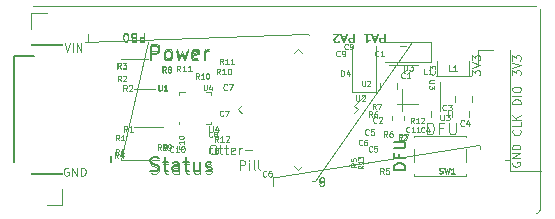
<source format=gto>
From eaa4a30d32e724f8df426349fd12af535bfbca43 Mon Sep 17 00:00:00 2001
From: Jan--Henrik <janhenrik@janhenrik.org>
Date: Fri, 25 Oct 2019 00:35:35 +0200
Subject: updated V1.2

---
 HW v1.2/gerber/OtterPill-F.SilkS.gto | 2734 +++++++++++++++++-----------------
 1 file changed, 1406 insertions(+), 1328 deletions(-)

(limited to 'HW v1.2/gerber/OtterPill-F.SilkS.gto')

diff --git a/HW v1.2/gerber/OtterPill-F.SilkS.gto b/HW v1.2/gerber/OtterPill-F.SilkS.gto
index 2b55dd2..8481689 100644
--- a/HW v1.2/gerber/OtterPill-F.SilkS.gto	
+++ b/HW v1.2/gerber/OtterPill-F.SilkS.gto	
@@ -1,73 +1,229 @@
 G04 #@! TF.GenerationSoftware,KiCad,Pcbnew,5.0.1*
-G04 #@! TF.CreationDate,2019-10-18T03:38:24+02:00*
+G04 #@! TF.CreationDate,2019-10-25T00:23:11+02:00*
 G04 #@! TF.ProjectId,OtterPill,4F7474657250696C6C2E6B696361645F,rev?*
 G04 #@! TF.SameCoordinates,Original*
 G04 #@! TF.FileFunction,Legend,Top*
 G04 #@! TF.FilePolarity,Positive*
 %FSLAX46Y46*%
 G04 Gerber Fmt 4.6, Leading zero omitted, Abs format (unit mm)*
-G04 Created by KiCad (PCBNEW 5.0.1) date Fri 18 Oct 2019 03:38:24 AM CEST*
+G04 Created by KiCad (PCBNEW 5.0.1) date Fri 25 Oct 2019 12:23:11 AM CEST*
 %MOMM*%
 %LPD*%
 G01*
 G04 APERTURE LIST*
-%ADD10C,0.100000*%
-%ADD11C,0.150000*%
-%ADD12C,0.050000*%
-%ADD13C,0.120000*%
+%ADD10C,0.120000*%
+%ADD11C,0.100000*%
+%ADD12C,0.150000*%
+%ADD13C,0.050000*%
+%ADD14C,0.112500*%
 G04 APERTURE END LIST*
 D10*
-X29691666Y-22183333D02*
-X29691666Y-22883333D01*
-X29425000Y-22883333D01*
-X29358333Y-22850000D01*
-X29325000Y-22816666D01*
-X29291666Y-22750000D01*
-X29291666Y-22650000D01*
-X29325000Y-22583333D01*
-X29358333Y-22550000D01*
-X29425000Y-22516666D01*
-X29691666Y-22516666D01*
-X28758333Y-22550000D02*
-X28658333Y-22516666D01*
-X28625000Y-22483333D01*
-X28591666Y-22416666D01*
-X28591666Y-22316666D01*
-X28625000Y-22250000D01*
-X28658333Y-22216666D01*
-X28725000Y-22183333D01*
-X28991666Y-22183333D01*
-X28991666Y-22883333D01*
-X28758333Y-22883333D01*
-X28691666Y-22850000D01*
-X28658333Y-22816666D01*
-X28625000Y-22750000D01*
-X28625000Y-22683333D01*
-X28658333Y-22616666D01*
-X28691666Y-22583333D01*
-X28758333Y-22550000D01*
-X28991666Y-22550000D01*
-X28158333Y-22883333D02*
-X28091666Y-22883333D01*
-X28025000Y-22850000D01*
-X27991666Y-22816666D01*
-X27958333Y-22750000D01*
-X27925000Y-22616666D01*
-X27925000Y-22450000D01*
-X27958333Y-22316666D01*
-X27991666Y-22250000D01*
-X28025000Y-22216666D01*
-X28091666Y-22183333D01*
-X28158333Y-22183333D01*
-X28225000Y-22216666D01*
-X28258333Y-22250000D01*
-X28291666Y-22316666D01*
-X28325000Y-22450000D01*
-X28325000Y-22616666D01*
-X28291666Y-22750000D01*
-X28258333Y-22816666D01*
-X28225000Y-22850000D01*
-X28158333Y-22883333D01*
+X35440952Y-31571904D02*
+X35593333Y-31571904D01*
+X35669523Y-31610000D01*
+X35745714Y-31686190D01*
+X35783809Y-31838571D01*
+X35783809Y-32105238D01*
+X35745714Y-32257619D01*
+X35669523Y-32333809D01*
+X35593333Y-32371904D01*
+X35440952Y-32371904D01*
+X35364761Y-32333809D01*
+X35288571Y-32257619D01*
+X35250476Y-32105238D01*
+X35250476Y-31838571D01*
+X35288571Y-31686190D01*
+X35364761Y-31610000D01*
+X35440952Y-31571904D01*
+X36012380Y-31838571D02*
+X36317142Y-31838571D01*
+X36126666Y-31571904D02*
+X36126666Y-32257619D01*
+X36164761Y-32333809D01*
+X36240952Y-32371904D01*
+X36317142Y-32371904D01*
+X36469523Y-31838571D02*
+X36774285Y-31838571D01*
+X36583809Y-31571904D02*
+X36583809Y-32257619D01*
+X36621904Y-32333809D01*
+X36698095Y-32371904D01*
+X36774285Y-32371904D01*
+X37345714Y-32333809D02*
+X37269523Y-32371904D01*
+X37117142Y-32371904D01*
+X37040952Y-32333809D01*
+X37002857Y-32257619D01*
+X37002857Y-31952857D01*
+X37040952Y-31876666D01*
+X37117142Y-31838571D01*
+X37269523Y-31838571D01*
+X37345714Y-31876666D01*
+X37383809Y-31952857D01*
+X37383809Y-32029047D01*
+X37002857Y-32105238D01*
+X37726666Y-32371904D02*
+X37726666Y-31838571D01*
+X37726666Y-31990952D02*
+X37764761Y-31914761D01*
+X37802857Y-31876666D01*
+X37879047Y-31838571D01*
+X37955238Y-31838571D01*
+X38221904Y-32067142D02*
+X38831428Y-32067142D01*
+X37764761Y-33691904D02*
+X37764761Y-32891904D01*
+X38069523Y-32891904D01*
+X38145714Y-32930000D01*
+X38183809Y-32968095D01*
+X38221904Y-33044285D01*
+X38221904Y-33158571D01*
+X38183809Y-33234761D01*
+X38145714Y-33272857D01*
+X38069523Y-33310952D01*
+X37764761Y-33310952D01*
+X38564761Y-33691904D02*
+X38564761Y-33158571D01*
+X38564761Y-32891904D02*
+X38526666Y-32930000D01*
+X38564761Y-32968095D01*
+X38602857Y-32930000D01*
+X38564761Y-32891904D01*
+X38564761Y-32968095D01*
+X39060000Y-33691904D02*
+X38983809Y-33653809D01*
+X38945714Y-33577619D01*
+X38945714Y-32891904D01*
+X39479047Y-33691904D02*
+X39402857Y-33653809D01*
+X39364761Y-33577619D01*
+X39364761Y-32891904D01*
+D11*
+X57436666Y-25706666D02*
+X57436666Y-25273333D01*
+X57703333Y-25506666D01*
+X57703333Y-25406666D01*
+X57736666Y-25340000D01*
+X57770000Y-25306666D01*
+X57836666Y-25273333D01*
+X58003333Y-25273333D01*
+X58070000Y-25306666D01*
+X58103333Y-25340000D01*
+X58136666Y-25406666D01*
+X58136666Y-25606666D01*
+X58103333Y-25673333D01*
+X58070000Y-25706666D01*
+X57436666Y-25073333D02*
+X58136666Y-24840000D01*
+X57436666Y-24606666D01*
+X57436666Y-24440000D02*
+X57436666Y-24006666D01*
+X57703333Y-24240000D01*
+X57703333Y-24140000D01*
+X57736666Y-24073333D01*
+X57770000Y-24040000D01*
+X57836666Y-24006666D01*
+X58003333Y-24006666D01*
+X58070000Y-24040000D01*
+X58103333Y-24073333D01*
+X58136666Y-24140000D01*
+X58136666Y-24340000D01*
+X58103333Y-24406666D01*
+X58070000Y-24440000D01*
+X22943333Y-22986666D02*
+X23176666Y-23686666D01*
+X23410000Y-22986666D01*
+X23643333Y-23686666D02*
+X23643333Y-22986666D01*
+X23976666Y-23686666D02*
+X23976666Y-22986666D01*
+X24376666Y-23686666D01*
+X24376666Y-22986666D01*
+X23276666Y-33540000D02*
+X23210000Y-33506666D01*
+X23110000Y-33506666D01*
+X23010000Y-33540000D01*
+X22943333Y-33606666D01*
+X22910000Y-33673333D01*
+X22876666Y-33806666D01*
+X22876666Y-33906666D01*
+X22910000Y-34040000D01*
+X22943333Y-34106666D01*
+X23010000Y-34173333D01*
+X23110000Y-34206666D01*
+X23176666Y-34206666D01*
+X23276666Y-34173333D01*
+X23310000Y-34140000D01*
+X23310000Y-33906666D01*
+X23176666Y-33906666D01*
+X23610000Y-34206666D02*
+X23610000Y-33506666D01*
+X24010000Y-34206666D01*
+X24010000Y-33506666D01*
+X24343333Y-34206666D02*
+X24343333Y-33506666D01*
+X24510000Y-33506666D01*
+X24610000Y-33540000D01*
+X24676666Y-33606666D01*
+X24710000Y-33673333D01*
+X24743333Y-33806666D01*
+X24743333Y-33906666D01*
+X24710000Y-34040000D01*
+X24676666Y-34106666D01*
+X24610000Y-34173333D01*
+X24510000Y-34206666D01*
+X24343333Y-34206666D01*
+X29696666Y-22093333D02*
+X29696666Y-22793333D01*
+X29430000Y-22793333D01*
+X29363333Y-22760000D01*
+X29330000Y-22726666D01*
+X29296666Y-22660000D01*
+X29296666Y-22560000D01*
+X29330000Y-22493333D01*
+X29363333Y-22460000D01*
+X29430000Y-22426666D01*
+X29696666Y-22426666D01*
+X28763333Y-22460000D02*
+X28663333Y-22426666D01*
+X28630000Y-22393333D01*
+X28596666Y-22326666D01*
+X28596666Y-22226666D01*
+X28630000Y-22160000D01*
+X28663333Y-22126666D01*
+X28730000Y-22093333D01*
+X28996666Y-22093333D01*
+X28996666Y-22793333D01*
+X28763333Y-22793333D01*
+X28696666Y-22760000D01*
+X28663333Y-22726666D01*
+X28630000Y-22660000D01*
+X28630000Y-22593333D01*
+X28663333Y-22526666D01*
+X28696666Y-22493333D01*
+X28763333Y-22460000D01*
+X28996666Y-22460000D01*
+X28163333Y-22793333D02*
+X28096666Y-22793333D01*
+X28030000Y-22760000D01*
+X27996666Y-22726666D01*
+X27963333Y-22660000D01*
+X27930000Y-22526666D01*
+X27930000Y-22360000D01*
+X27963333Y-22226666D01*
+X27996666Y-22160000D01*
+X28030000Y-22126666D01*
+X28096666Y-22093333D01*
+X28163333Y-22093333D01*
+X28230000Y-22126666D01*
+X28263333Y-22160000D01*
+X28296666Y-22226666D01*
+X28330000Y-22360000D01*
+X28330000Y-22526666D01*
+X28296666Y-22660000D01*
+X28263333Y-22726666D01*
+X28230000Y-22760000D01*
+X28163333Y-22793333D01*
 X24925000Y-22183333D02*
 X24925000Y-22883333D01*
 X24658333Y-22883333D01*
@@ -351,56 +507,56 @@ X43308333Y-22183333D01*
 X43508333Y-22183333D01*
 X43575000Y-22216666D01*
 X43608333Y-22250000D01*
-X47366666Y-22183333D02*
-X47366666Y-22883333D01*
-X47100000Y-22883333D01*
-X47033333Y-22850000D01*
-X47000000Y-22816666D01*
-X46966666Y-22750000D01*
-X46966666Y-22650000D01*
-X47000000Y-22583333D01*
-X47033333Y-22550000D01*
-X47100000Y-22516666D01*
-X47366666Y-22516666D01*
-X46700000Y-22383333D02*
-X46366666Y-22383333D01*
-X46766666Y-22183333D02*
-X46533333Y-22883333D01*
-X46300000Y-22183333D01*
-X46100000Y-22816666D02*
-X46066666Y-22850000D01*
-X46000000Y-22883333D01*
-X45833333Y-22883333D01*
-X45766666Y-22850000D01*
-X45733333Y-22816666D01*
-X45700000Y-22750000D01*
-X45700000Y-22683333D01*
-X45733333Y-22583333D01*
-X46133333Y-22183333D01*
-X45700000Y-22183333D01*
-X49966666Y-22183333D02*
-X49966666Y-22883333D01*
-X49700000Y-22883333D01*
-X49633333Y-22850000D01*
-X49600000Y-22816666D01*
-X49566666Y-22750000D01*
-X49566666Y-22650000D01*
-X49600000Y-22583333D01*
-X49633333Y-22550000D01*
-X49700000Y-22516666D01*
-X49966666Y-22516666D01*
-X49300000Y-22383333D02*
-X48966666Y-22383333D01*
-X49366666Y-22183333D02*
-X49133333Y-22883333D01*
-X48900000Y-22183333D01*
-X48300000Y-22183333D02*
-X48700000Y-22183333D01*
-X48500000Y-22183333D02*
-X48500000Y-22883333D01*
-X48566666Y-22783333D01*
-X48633333Y-22716666D01*
-X48700000Y-22683333D01*
+X47446666Y-22183333D02*
+X47446666Y-22883333D01*
+X47180000Y-22883333D01*
+X47113333Y-22850000D01*
+X47080000Y-22816666D01*
+X47046666Y-22750000D01*
+X47046666Y-22650000D01*
+X47080000Y-22583333D01*
+X47113333Y-22550000D01*
+X47180000Y-22516666D01*
+X47446666Y-22516666D01*
+X46780000Y-22383333D02*
+X46446666Y-22383333D01*
+X46846666Y-22183333D02*
+X46613333Y-22883333D01*
+X46380000Y-22183333D01*
+X46180000Y-22816666D02*
+X46146666Y-22850000D01*
+X46080000Y-22883333D01*
+X45913333Y-22883333D01*
+X45846666Y-22850000D01*
+X45813333Y-22816666D01*
+X45780000Y-22750000D01*
+X45780000Y-22683333D01*
+X45813333Y-22583333D01*
+X46213333Y-22183333D01*
+X45780000Y-22183333D01*
+X50046666Y-22183333D02*
+X50046666Y-22883333D01*
+X49780000Y-22883333D01*
+X49713333Y-22850000D01*
+X49680000Y-22816666D01*
+X49646666Y-22750000D01*
+X49646666Y-22650000D01*
+X49680000Y-22583333D01*
+X49713333Y-22550000D01*
+X49780000Y-22516666D01*
+X50046666Y-22516666D01*
+X49380000Y-22383333D02*
+X49046666Y-22383333D01*
+X49446666Y-22183333D02*
+X49213333Y-22883333D01*
+X48980000Y-22183333D01*
+X48380000Y-22183333D02*
+X48780000Y-22183333D01*
+X48580000Y-22183333D02*
+X48580000Y-22883333D01*
+X48646666Y-22783333D01*
+X48713333Y-22716666D01*
+X48780000Y-22683333D01*
 X52208333Y-22850000D02*
 X52275000Y-22883333D01*
 X52375000Y-22883333D01*
@@ -798,28 +954,28 @@ X44191666Y-34608333D01*
 X44158333Y-34641666D01*
 X44091666Y-34675000D01*
 X43858333Y-34675000D01*
-X44591666Y-35041666D02*
-X44725000Y-35041666D01*
-X44791666Y-35008333D01*
-X44825000Y-34975000D01*
-X44891666Y-34875000D01*
-X44925000Y-34741666D01*
-X44925000Y-34475000D01*
-X44891666Y-34408333D01*
-X44858333Y-34375000D01*
-X44791666Y-34341666D01*
-X44658333Y-34341666D01*
-X44591666Y-34375000D01*
-X44558333Y-34408333D01*
-X44525000Y-34475000D01*
+X44858333Y-34341666D02*
+X44725000Y-34341666D01*
+X44658333Y-34375000D01*
+X44625000Y-34408333D01*
+X44558333Y-34508333D01*
 X44525000Y-34641666D01*
-X44558333Y-34708333D01*
-X44591666Y-34741666D01*
-X44658333Y-34775000D01*
-X44791666Y-34775000D01*
-X44858333Y-34741666D01*
-X44891666Y-34708333D01*
-X44925000Y-34641666D01*
+X44525000Y-34908333D01*
+X44558333Y-34975000D01*
+X44591666Y-35008333D01*
+X44658333Y-35041666D01*
+X44791666Y-35041666D01*
+X44858333Y-35008333D01*
+X44891666Y-34975000D01*
+X44925000Y-34908333D01*
+X44925000Y-34741666D01*
+X44891666Y-34675000D01*
+X44858333Y-34641666D01*
+X44791666Y-34608333D01*
+X44658333Y-34608333D01*
+X44591666Y-34641666D01*
+X44558333Y-34675000D01*
+X44525000Y-34741666D01*
 X40608333Y-35041666D02*
 X40608333Y-34341666D01*
 X40875000Y-34341666D01*
@@ -1253,286 +1409,164 @@ X58041666Y-31633333D01*
 X58108333Y-31700000D01*
 X58141666Y-31800000D01*
 X58141666Y-31966666D01*
-X61500000Y-30316666D02*
-X61533333Y-30350000D01*
-X61566666Y-30450000D01*
-X61566666Y-30516666D01*
-X61533333Y-30616666D01*
-X61466666Y-30683333D01*
-X61400000Y-30716666D01*
-X61266666Y-30750000D01*
-X61166666Y-30750000D01*
-X61033333Y-30716666D01*
-X60966666Y-30683333D01*
-X60900000Y-30616666D01*
-X60866666Y-30516666D01*
-X60866666Y-30450000D01*
-X60900000Y-30350000D01*
-X60933333Y-30316666D01*
-X61566666Y-29683333D02*
-X61566666Y-30016666D01*
-X60866666Y-30016666D01*
-X61566666Y-29450000D02*
-X60866666Y-29450000D01*
-X61566666Y-29050000D02*
-X61166666Y-29350000D01*
-X60866666Y-29050000D02*
-X61266666Y-29450000D01*
-X61566666Y-28116666D02*
-X60866666Y-28116666D01*
-X60866666Y-27950000D01*
-X60900000Y-27850000D01*
-X60966666Y-27783333D01*
-X61033333Y-27750000D01*
-X61166666Y-27716666D01*
-X61266666Y-27716666D01*
-X61400000Y-27750000D01*
-X61466666Y-27783333D01*
-X61533333Y-27850000D01*
-X61566666Y-27950000D01*
-X61566666Y-28116666D01*
-X61566666Y-27416666D02*
-X60866666Y-27416666D01*
-X60866666Y-26950000D02*
-X60866666Y-26816666D01*
-X60900000Y-26750000D01*
-X60966666Y-26683333D01*
-X61100000Y-26650000D01*
-X61333333Y-26650000D01*
-X61466666Y-26683333D01*
-X61533333Y-26750000D01*
-X61566666Y-26816666D01*
-X61566666Y-26950000D01*
-X61533333Y-27016666D01*
-X61466666Y-27083333D01*
-X61333333Y-27116666D01*
-X61100000Y-27116666D01*
-X60966666Y-27083333D01*
-X60900000Y-27016666D01*
-X60866666Y-26950000D01*
-X60875000Y-33033333D02*
-X60841666Y-33100000D01*
-X60841666Y-33200000D01*
-X60875000Y-33300000D01*
-X60941666Y-33366666D01*
-X61008333Y-33400000D01*
-X61141666Y-33433333D01*
-X61241666Y-33433333D01*
-X61375000Y-33400000D01*
-X61441666Y-33366666D01*
-X61508333Y-33300000D01*
-X61541666Y-33200000D01*
-X61541666Y-33133333D01*
-X61508333Y-33033333D01*
-X61475000Y-33000000D01*
-X61241666Y-33000000D01*
-X61241666Y-33133333D01*
-X61541666Y-32700000D02*
-X60841666Y-32700000D01*
-X61541666Y-32300000D01*
-X60841666Y-32300000D01*
-X61541666Y-31966666D02*
-X60841666Y-31966666D01*
-X60841666Y-31800000D01*
-X60875000Y-31700000D01*
-X60941666Y-31633333D01*
-X61008333Y-31600000D01*
-X61141666Y-31566666D01*
-X61241666Y-31566666D01*
-X61375000Y-31600000D01*
-X61441666Y-31633333D01*
-X61508333Y-31700000D01*
-X61541666Y-31800000D01*
-X61541666Y-31966666D01*
-X60866666Y-25716666D02*
-X60866666Y-25283333D01*
-X61133333Y-25516666D01*
-X61133333Y-25416666D01*
-X61166666Y-25350000D01*
-X61200000Y-25316666D01*
-X61266666Y-25283333D01*
-X61433333Y-25283333D01*
-X61500000Y-25316666D01*
-X61533333Y-25350000D01*
-X61566666Y-25416666D01*
-X61566666Y-25616666D01*
-X61533333Y-25683333D01*
-X61500000Y-25716666D01*
-X60866666Y-25083333D02*
-X61566666Y-24850000D01*
-X60866666Y-24616666D01*
-X60866666Y-24450000D02*
-X60866666Y-24016666D01*
-X61133333Y-24250000D01*
-X61133333Y-24150000D01*
-X61166666Y-24083333D01*
-X61200000Y-24050000D01*
-X61266666Y-24016666D01*
-X61433333Y-24016666D01*
-X61500000Y-24050000D01*
-X61533333Y-24083333D01*
-X61566666Y-24150000D01*
-X61566666Y-24350000D01*
-X61533333Y-24416666D01*
-X61500000Y-24450000D01*
-D11*
-X53635714Y-30702380D02*
-X53635714Y-29702380D01*
-X53873809Y-29702380D01*
-X54016666Y-29750000D01*
-X54111904Y-29845238D01*
-X54159523Y-29940476D01*
-X54207142Y-30130952D01*
-X54207142Y-30273809D01*
-X54159523Y-30464285D01*
-X54111904Y-30559523D01*
-X54016666Y-30654761D01*
-X53873809Y-30702380D01*
-X53635714Y-30702380D01*
-X54969047Y-30178571D02*
-X54635714Y-30178571D01*
-X54635714Y-30702380D02*
-X54635714Y-29702380D01*
-X55111904Y-29702380D01*
-X55492857Y-29702380D02*
-X55492857Y-30511904D01*
-X55540476Y-30607142D01*
-X55588095Y-30654761D01*
-X55683333Y-30702380D01*
-X55873809Y-30702380D01*
-X55969047Y-30654761D01*
-X56016666Y-30607142D01*
-X56064285Y-30511904D01*
-X56064285Y-29702380D01*
-X30226071Y-33985714D02*
-X30397500Y-34042857D01*
-X30683214Y-34042857D01*
-X30797500Y-33985714D01*
-X30854642Y-33928571D01*
-X30911785Y-33814285D01*
-X30911785Y-33700000D01*
-X30854642Y-33585714D01*
-X30797500Y-33528571D01*
-X30683214Y-33471428D01*
-X30454642Y-33414285D01*
-X30340357Y-33357142D01*
-X30283214Y-33300000D01*
-X30226071Y-33185714D01*
-X30226071Y-33071428D01*
-X30283214Y-32957142D01*
-X30340357Y-32900000D01*
-X30454642Y-32842857D01*
-X30740357Y-32842857D01*
-X30911785Y-32900000D01*
-X31254642Y-33242857D02*
-X31711785Y-33242857D01*
-X31426071Y-32842857D02*
-X31426071Y-33871428D01*
-X31483214Y-33985714D01*
-X31597500Y-34042857D01*
-X31711785Y-34042857D01*
-X32626071Y-34042857D02*
-X32626071Y-33414285D01*
-X32568928Y-33300000D01*
-X32454642Y-33242857D01*
-X32226071Y-33242857D01*
-X32111785Y-33300000D01*
-X32626071Y-33985714D02*
-X32511785Y-34042857D01*
-X32226071Y-34042857D01*
-X32111785Y-33985714D01*
-X32054642Y-33871428D01*
-X32054642Y-33757142D01*
-X32111785Y-33642857D01*
-X32226071Y-33585714D01*
-X32511785Y-33585714D01*
-X32626071Y-33528571D01*
-X33026071Y-33242857D02*
-X33483214Y-33242857D01*
-X33197500Y-32842857D02*
-X33197500Y-33871428D01*
-X33254642Y-33985714D01*
-X33368928Y-34042857D01*
-X33483214Y-34042857D01*
-X34397500Y-33242857D02*
-X34397500Y-34042857D01*
-X33883214Y-33242857D02*
-X33883214Y-33871428D01*
-X33940357Y-33985714D01*
-X34054642Y-34042857D01*
-X34226071Y-34042857D01*
-X34340357Y-33985714D01*
-X34397500Y-33928571D01*
-X34911785Y-33985714D02*
-X35026071Y-34042857D01*
-X35254642Y-34042857D01*
-X35368928Y-33985714D01*
-X35426071Y-33871428D01*
-X35426071Y-33814285D01*
-X35368928Y-33700000D01*
-X35254642Y-33642857D01*
-X35083214Y-33642857D01*
-X34968928Y-33585714D01*
-X34911785Y-33471428D01*
-X34911785Y-33414285D01*
-X34968928Y-33300000D01*
-X35083214Y-33242857D01*
-X35254642Y-33242857D01*
-X35368928Y-33300000D01*
-X30283214Y-24242857D02*
-X30283214Y-23042857D01*
-X30740357Y-23042857D01*
-X30854642Y-23100000D01*
-X30911785Y-23157142D01*
-X30968928Y-23271428D01*
-X30968928Y-23442857D01*
-X30911785Y-23557142D01*
-X30854642Y-23614285D01*
-X30740357Y-23671428D01*
-X30283214Y-23671428D01*
-X31654642Y-24242857D02*
-X31540357Y-24185714D01*
-X31483214Y-24128571D01*
-X31426071Y-24014285D01*
-X31426071Y-23671428D01*
-X31483214Y-23557142D01*
-X31540357Y-23500000D01*
-X31654642Y-23442857D01*
-X31826071Y-23442857D01*
-X31940357Y-23500000D01*
-X31997500Y-23557142D01*
-X32054642Y-23671428D01*
-X32054642Y-24014285D01*
-X31997500Y-24128571D01*
-X31940357Y-24185714D01*
-X31826071Y-24242857D01*
-X31654642Y-24242857D01*
-X32454642Y-23442857D02*
-X32683214Y-24242857D01*
-X32911785Y-23671428D01*
-X33140357Y-24242857D01*
-X33368928Y-23442857D01*
-X34283214Y-24185714D02*
-X34168928Y-24242857D01*
-X33940357Y-24242857D01*
-X33826071Y-24185714D01*
-X33768928Y-24071428D01*
-X33768928Y-23614285D01*
-X33826071Y-23500000D01*
-X33940357Y-23442857D01*
-X34168928Y-23442857D01*
-X34283214Y-23500000D01*
-X34340357Y-23614285D01*
-X34340357Y-23728571D01*
-X33768928Y-23842857D01*
-X34854642Y-24242857D02*
-X34854642Y-23442857D01*
-X34854642Y-23671428D02*
-X34911785Y-23557142D01*
-X34968928Y-23500000D01*
-X35083214Y-23442857D01*
-X35197500Y-23442857D01*
 D12*
+X51802380Y-33734285D02*
+X50802380Y-33734285D01*
+X50802380Y-33496190D01*
+X50850000Y-33353333D01*
+X50945238Y-33258095D01*
+X51040476Y-33210476D01*
+X51230952Y-33162857D01*
+X51373809Y-33162857D01*
+X51564285Y-33210476D01*
+X51659523Y-33258095D01*
+X51754761Y-33353333D01*
+X51802380Y-33496190D01*
+X51802380Y-33734285D01*
+X51278571Y-32400952D02*
+X51278571Y-32734285D01*
+X51802380Y-32734285D02*
+X50802380Y-32734285D01*
+X50802380Y-32258095D01*
+X50802380Y-31877142D02*
+X51611904Y-31877142D01*
+X51707142Y-31829523D01*
+X51754761Y-31781904D01*
+X51802380Y-31686666D01*
+X51802380Y-31496190D01*
+X51754761Y-31400952D01*
+X51707142Y-31353333D01*
+X51611904Y-31305714D01*
+X50802380Y-31305714D01*
+X30216071Y-33775714D02*
+X30387500Y-33832857D01*
+X30673214Y-33832857D01*
+X30787500Y-33775714D01*
+X30844642Y-33718571D01*
+X30901785Y-33604285D01*
+X30901785Y-33490000D01*
+X30844642Y-33375714D01*
+X30787500Y-33318571D01*
+X30673214Y-33261428D01*
+X30444642Y-33204285D01*
+X30330357Y-33147142D01*
+X30273214Y-33090000D01*
+X30216071Y-32975714D01*
+X30216071Y-32861428D01*
+X30273214Y-32747142D01*
+X30330357Y-32690000D01*
+X30444642Y-32632857D01*
+X30730357Y-32632857D01*
+X30901785Y-32690000D01*
+X31244642Y-33032857D02*
+X31701785Y-33032857D01*
+X31416071Y-32632857D02*
+X31416071Y-33661428D01*
+X31473214Y-33775714D01*
+X31587500Y-33832857D01*
+X31701785Y-33832857D01*
+X32616071Y-33832857D02*
+X32616071Y-33204285D01*
+X32558928Y-33090000D01*
+X32444642Y-33032857D01*
+X32216071Y-33032857D01*
+X32101785Y-33090000D01*
+X32616071Y-33775714D02*
+X32501785Y-33832857D01*
+X32216071Y-33832857D01*
+X32101785Y-33775714D01*
+X32044642Y-33661428D01*
+X32044642Y-33547142D01*
+X32101785Y-33432857D01*
+X32216071Y-33375714D01*
+X32501785Y-33375714D01*
+X32616071Y-33318571D01*
+X33016071Y-33032857D02*
+X33473214Y-33032857D01*
+X33187500Y-32632857D02*
+X33187500Y-33661428D01*
+X33244642Y-33775714D01*
+X33358928Y-33832857D01*
+X33473214Y-33832857D01*
+X34387500Y-33032857D02*
+X34387500Y-33832857D01*
+X33873214Y-33032857D02*
+X33873214Y-33661428D01*
+X33930357Y-33775714D01*
+X34044642Y-33832857D01*
+X34216071Y-33832857D01*
+X34330357Y-33775714D01*
+X34387500Y-33718571D01*
+X34901785Y-33775714D02*
+X35016071Y-33832857D01*
+X35244642Y-33832857D01*
+X35358928Y-33775714D01*
+X35416071Y-33661428D01*
+X35416071Y-33604285D01*
+X35358928Y-33490000D01*
+X35244642Y-33432857D01*
+X35073214Y-33432857D01*
+X34958928Y-33375714D01*
+X34901785Y-33261428D01*
+X34901785Y-33204285D01*
+X34958928Y-33090000D01*
+X35073214Y-33032857D01*
+X35244642Y-33032857D01*
+X35358928Y-33090000D01*
+X30273214Y-24432857D02*
+X30273214Y-23232857D01*
+X30730357Y-23232857D01*
+X30844642Y-23290000D01*
+X30901785Y-23347142D01*
+X30958928Y-23461428D01*
+X30958928Y-23632857D01*
+X30901785Y-23747142D01*
+X30844642Y-23804285D01*
+X30730357Y-23861428D01*
+X30273214Y-23861428D01*
+X31644642Y-24432857D02*
+X31530357Y-24375714D01*
+X31473214Y-24318571D01*
+X31416071Y-24204285D01*
+X31416071Y-23861428D01*
+X31473214Y-23747142D01*
+X31530357Y-23690000D01*
+X31644642Y-23632857D01*
+X31816071Y-23632857D01*
+X31930357Y-23690000D01*
+X31987500Y-23747142D01*
+X32044642Y-23861428D01*
+X32044642Y-24204285D01*
+X31987500Y-24318571D01*
+X31930357Y-24375714D01*
+X31816071Y-24432857D01*
+X31644642Y-24432857D01*
+X32444642Y-23632857D02*
+X32673214Y-24432857D01*
+X32901785Y-23861428D01*
+X33130357Y-24432857D01*
+X33358928Y-23632857D01*
+X34273214Y-24375714D02*
+X34158928Y-24432857D01*
+X33930357Y-24432857D01*
+X33816071Y-24375714D01*
+X33758928Y-24261428D01*
+X33758928Y-23804285D01*
+X33816071Y-23690000D01*
+X33930357Y-23632857D01*
+X34158928Y-23632857D01*
+X34273214Y-23690000D01*
+X34330357Y-23804285D01*
+X34330357Y-23918571D01*
+X33758928Y-24032857D01*
+X34844642Y-24432857D02*
+X34844642Y-23632857D01*
+X34844642Y-23861428D02*
+X34901785Y-23747142D01*
+X34958928Y-23690000D01*
+X35073214Y-23632857D01*
+X35187500Y-23632857D01*
+D13*
 X63200000Y-37100000D02*
 G75*
 G02X62900000Y-37400000I-300000J0D01*
@@ -1557,76 +1591,13 @@ X63200000Y-20100000D02*
 X63200000Y-37100000D01*
 X20300000Y-19800000D02*
 X62900000Y-19800000D01*
-D13*
-G04 #@! TO.C,U2*
-X47469435Y-28925825D02*
-X47805311Y-28589949D01*
-X37594689Y-28589949D02*
-X37930565Y-28925825D01*
-X37930565Y-28254073D02*
-X37594689Y-28589949D01*
-X42700000Y-23484638D02*
-X43035876Y-23820514D01*
-X42364124Y-23820514D02*
-X42700000Y-23484638D01*
-X42700000Y-33695260D02*
-X42364124Y-33359384D01*
-X43035876Y-33359384D02*
-X42700000Y-33695260D01*
-G04 #@! TO.C,D3*
-X53950000Y-24550000D02*
-X50050000Y-24550000D01*
-X53950000Y-22850000D02*
-X50050000Y-22850000D01*
-X53950000Y-24550000D02*
-X53950000Y-22850000D01*
-G04 #@! TO.C,L1*
-X54400000Y-25800000D02*
-X57400000Y-25800000D01*
-G04 #@! TO.C,SW1*
-X52500000Y-34212000D02*
-X56900000Y-34212000D01*
-X56900000Y-34212000D02*
-X56900000Y-34092000D01*
-X56900000Y-33082000D02*
-X56900000Y-31942000D01*
-X56900000Y-30932000D02*
-X56900000Y-30812000D01*
-X56900000Y-30812000D02*
-X52500000Y-30812000D01*
-X52500000Y-30812000D02*
-X52500000Y-30932000D01*
-X52500000Y-31942000D02*
-X52500000Y-33082000D01*
-X52500000Y-34092000D02*
-X52500000Y-34212000D01*
-G04 #@! TO.C,D4*
-X47300000Y-27150000D02*
-X47300000Y-23250000D01*
-X49300000Y-27150000D02*
-X49300000Y-23250000D01*
-X47300000Y-27150000D02*
-X49300000Y-27150000D01*
-G04 #@! TO.C,U4*
-X32640000Y-29635000D02*
-X32640000Y-29860000D01*
-X35360000Y-27140000D02*
-X34885000Y-27140000D01*
-X35360000Y-27365000D02*
-X35360000Y-27140000D01*
-X35360000Y-29860000D02*
-X34885000Y-29860000D01*
-X35360000Y-29635000D02*
-X35360000Y-29860000D01*
-X32640000Y-27140000D02*
-X33115000Y-27140000D01*
-X32640000Y-27365000D02*
-X32640000Y-27140000D01*
+D10*
+G04 #@! TO.C,C2*
+X51690000Y-29177221D02*
+X51690000Y-29502779D01*
+X50670000Y-29177221D02*
+X50670000Y-29502779D01*
 G04 #@! TO.C,J5*
-X57930000Y-23580000D02*
-X59200000Y-23580000D01*
-X57930000Y-24850000D02*
-X57930000Y-23580000D01*
 X60242929Y-32850000D02*
 X60640000Y-32850000D01*
 X60242929Y-32090000D02*
@@ -1693,17 +1664,104 @@ X60640000Y-33800000D02*
 X63300000Y-33800000D01*
 X60640000Y-23520000D02*
 X60640000Y-33800000D01*
+G04 #@! TO.C,L1*
+X57180000Y-24497936D02*
+X57180000Y-25702064D01*
+X54460000Y-24497936D02*
+X54460000Y-25702064D01*
+G04 #@! TO.C,C11*
+X55400000Y-28691422D02*
+X55400000Y-29208578D01*
+X53980000Y-28691422D02*
+X53980000Y-29208578D01*
+G04 #@! TO.C,J2*
+X20090000Y-20450000D02*
+X21420000Y-20450000D01*
+X20090000Y-21780000D02*
+X20090000Y-20450000D01*
+X20090000Y-23050000D02*
+X22750000Y-23050000D01*
+X22750000Y-23050000D02*
+X22750000Y-23110000D01*
+X20090000Y-23050000D02*
+X20090000Y-23110000D01*
+X20090000Y-23110000D02*
+X22750000Y-23110000D01*
+G04 #@! TO.C,J6*
+X22750000Y-34010000D02*
+X20090000Y-34010000D01*
+X22750000Y-34070000D02*
+X22750000Y-34010000D01*
+X20090000Y-34070000D02*
+X20090000Y-34010000D01*
+X22750000Y-34070000D02*
+X20090000Y-34070000D01*
+X22750000Y-35340000D02*
+X22750000Y-36670000D01*
+X22750000Y-36670000D02*
+X21420000Y-36670000D01*
+G04 #@! TO.C,U2*
+X37912887Y-28271751D02*
+X37594689Y-28589949D01*
+X37594689Y-28589949D02*
+X37912887Y-28908147D01*
+X42381802Y-23802836D02*
+X42700000Y-23484638D01*
+X42700000Y-23484638D02*
+X43018198Y-23802836D01*
+X43018198Y-33377062D02*
+X42700000Y-33695260D01*
+X42700000Y-33695260D02*
+X42381802Y-33377062D01*
+X47487113Y-28908147D02*
+X47805311Y-28589949D01*
+X47805311Y-28589949D02*
+X47487113Y-28271751D01*
+X47487113Y-28271751D02*
+X48399281Y-27359583D01*
+G04 #@! TO.C,SW1*
+X52500000Y-34212000D02*
+X56900000Y-34212000D01*
+X56900000Y-34212000D02*
+X56900000Y-34092000D01*
+X56900000Y-33082000D02*
+X56900000Y-31942000D01*
+X56900000Y-30932000D02*
+X56900000Y-30812000D01*
+X56900000Y-30812000D02*
+X52500000Y-30812000D01*
+X52500000Y-30812000D02*
+X52500000Y-30932000D01*
+X52500000Y-31942000D02*
+X52500000Y-33082000D01*
+X52500000Y-34092000D02*
+X52500000Y-34212000D01*
+G04 #@! TO.C,U4*
+X32640000Y-29635000D02*
+X32640000Y-29860000D01*
+X35360000Y-27140000D02*
+X34885000Y-27140000D01*
+X35360000Y-27365000D02*
+X35360000Y-27140000D01*
+X35360000Y-29860000D02*
+X34885000Y-29860000D01*
+X35360000Y-29635000D02*
+X35360000Y-29860000D01*
+X32640000Y-27140000D02*
+X33115000Y-27140000D01*
+X32640000Y-27365000D02*
+X32640000Y-27140000D01*
 G04 #@! TO.C,U3*
-X54710000Y-28700000D02*
-X54710000Y-26250000D01*
-X51490000Y-26900000D02*
-X51490000Y-28700000D01*
+X52870000Y-24870000D02*
+X50420000Y-24870000D01*
+X51070000Y-28090000D02*
+X52870000Y-28090000D01*
 G04 #@! TO.C,U1*
 X28800000Y-30110000D02*
 X31250000Y-30110000D01*
 X30600000Y-26890000D02*
 X28800000Y-26890000D01*
-D11*
+D12*
 G04 #@! TO.C,J1*
 X26869999Y-32570000D02*
 X26869999Y-33070000D01*
@@ -1719,7 +1777,7 @@ X18674999Y-24070000D02*
 X20369999Y-24070000D01*
 X18674999Y-33070000D02*
 X18674999Y-24070000D01*
-D13*
+D10*
 G04 #@! TO.C,D2*
 X29985000Y-32865000D02*
 X27700000Y-32865000D01*
@@ -1735,878 +1793,898 @@ X29985000Y-22865000D01*
 X27700000Y-24335000D02*
 X29985000Y-24335000D01*
 G04 #@! TO.C,C4*
-X55990000Y-27441422D02*
-X55990000Y-27958578D01*
-X57410000Y-27441422D02*
-X57410000Y-27958578D01*
+X55790000Y-28701422D02*
+X55790000Y-29218578D01*
+X57210000Y-28701422D02*
+X57210000Y-29218578D01*
 G04 #@! TO.C,C1*
-X49690000Y-26341422D02*
-X49690000Y-26858578D01*
-X51110000Y-26341422D02*
-X51110000Y-26858578D01*
+X51838578Y-23180000D02*
+X51321422Y-23180000D01*
+X51838578Y-24600000D02*
+X51321422Y-24600000D01*
 G04 #@! TD*
-G04 #@! TO.C,U2*
-D10*
-X47619047Y-27376190D02*
-X47619047Y-27780952D01*
-X47642857Y-27828571D01*
-X47666666Y-27852380D01*
-X47714285Y-27876190D01*
-X47809523Y-27876190D01*
-X47857142Y-27852380D01*
-X47880952Y-27828571D01*
-X47904761Y-27780952D01*
-X47904761Y-27376190D01*
-X48119047Y-27423809D02*
-X48142857Y-27400000D01*
-X48190476Y-27376190D01*
-X48309523Y-27376190D01*
-X48357142Y-27400000D01*
-X48380952Y-27423809D01*
-X48404761Y-27471428D01*
-X48404761Y-27519047D01*
-X48380952Y-27590476D01*
-X48095238Y-27876190D01*
-X48404761Y-27876190D01*
-G04 #@! TO.C,D3*
-X51680952Y-25301190D02*
-X51680952Y-24801190D01*
-X51800000Y-24801190D01*
-X51871428Y-24825000D01*
-X51919047Y-24872619D01*
-X51942857Y-24920238D01*
-X51966666Y-25015476D01*
-X51966666Y-25086904D01*
-X51942857Y-25182142D01*
-X51919047Y-25229761D01*
-X51871428Y-25277380D01*
-X51800000Y-25301190D01*
-X51680952Y-25301190D01*
-X52133333Y-24801190D02*
-X52442857Y-24801190D01*
-X52276190Y-24991666D01*
-X52347619Y-24991666D01*
-X52395238Y-25015476D01*
-X52419047Y-25039285D01*
-X52442857Y-25086904D01*
-X52442857Y-25205952D01*
-X52419047Y-25253571D01*
-X52395238Y-25277380D01*
-X52347619Y-25301190D01*
-X52204761Y-25301190D01*
-X52157142Y-25277380D01*
-X52133333Y-25253571D01*
+G04 #@! TO.C,C2*
+D11*
+X51473333Y-31102857D02*
+X51454285Y-31121904D01*
+X51397142Y-31140952D01*
+X51359047Y-31140952D01*
+X51301904Y-31121904D01*
+X51263809Y-31083809D01*
+X51244761Y-31045714D01*
+X51225714Y-30969523D01*
+X51225714Y-30912380D01*
+X51244761Y-30836190D01*
+X51263809Y-30798095D01*
+X51301904Y-30760000D01*
+X51359047Y-30740952D01*
+X51397142Y-30740952D01*
+X51454285Y-30760000D01*
+X51473333Y-30779047D01*
+X51625714Y-30779047D02*
+X51644761Y-30760000D01*
+X51682857Y-30740952D01*
+X51778095Y-30740952D01*
+X51816190Y-30760000D01*
+X51835238Y-30779047D01*
+X51854285Y-30817142D01*
+X51854285Y-30855238D01*
+X51835238Y-30912380D01*
+X51606666Y-31140952D01*
+X51854285Y-31140952D01*
+G04 #@! TO.C,R13*
+X48210952Y-33347142D02*
+X48020476Y-33480476D01*
+X48210952Y-33575714D02*
+X47810952Y-33575714D01*
+X47810952Y-33423333D01*
+X47830000Y-33385238D01*
+X47849047Y-33366190D01*
+X47887142Y-33347142D01*
+X47944285Y-33347142D01*
+X47982380Y-33366190D01*
+X48001428Y-33385238D01*
+X48020476Y-33423333D01*
+X48020476Y-33575714D01*
+X48210952Y-32966190D02*
+X48210952Y-33194761D01*
+X48210952Y-33080476D02*
+X47810952Y-33080476D01*
+X47868095Y-33118571D01*
+X47906190Y-33156666D01*
+X47925238Y-33194761D01*
+X47810952Y-32832857D02*
+X47810952Y-32585238D01*
+X47963333Y-32718571D01*
+X47963333Y-32661428D01*
+X47982380Y-32623333D01*
+X48001428Y-32604285D01*
+X48039523Y-32585238D01*
+X48134761Y-32585238D01*
+X48172857Y-32604285D01*
+X48191904Y-32623333D01*
+X48210952Y-32661428D01*
+X48210952Y-32775714D01*
+X48191904Y-32813809D01*
+X48172857Y-32832857D01*
 G04 #@! TO.C,L1*
-X53641666Y-25626190D02*
-X53403571Y-25626190D01*
-X53403571Y-25126190D01*
-X54070238Y-25626190D02*
-X53784523Y-25626190D01*
-X53927380Y-25626190D02*
-X53927380Y-25126190D01*
-X53879761Y-25197619D01*
-X53832142Y-25245238D01*
-X53784523Y-25269047D01*
+D14*
+X55745000Y-25303571D02*
+X55530714Y-25303571D01*
+X55530714Y-24853571D01*
+X56130714Y-25303571D02*
+X55873571Y-25303571D01*
+X56002142Y-25303571D02*
+X56002142Y-24853571D01*
+X55959285Y-24917857D01*
+X55916428Y-24960714D01*
+X55873571Y-24982142D01*
+G04 #@! TO.C,C11*
+X52150714Y-30470714D02*
+X52129285Y-30492142D01*
+X52065000Y-30513571D01*
+X52022142Y-30513571D01*
+X51957857Y-30492142D01*
+X51915000Y-30449285D01*
+X51893571Y-30406428D01*
+X51872142Y-30320714D01*
+X51872142Y-30256428D01*
+X51893571Y-30170714D01*
+X51915000Y-30127857D01*
+X51957857Y-30085000D01*
+X52022142Y-30063571D01*
+X52065000Y-30063571D01*
+X52129285Y-30085000D01*
+X52150714Y-30106428D01*
+X52579285Y-30513571D02*
+X52322142Y-30513571D01*
+X52450714Y-30513571D02*
+X52450714Y-30063571D01*
+X52407857Y-30127857D01*
+X52365000Y-30170714D01*
+X52322142Y-30192142D01*
+X53007857Y-30513571D02*
+X52750714Y-30513571D01*
+X52879285Y-30513571D02*
+X52879285Y-30063571D01*
+X52836428Y-30127857D01*
+X52793571Y-30170714D01*
+X52750714Y-30192142D01*
+G04 #@! TO.C,R12*
+X52530714Y-29753571D02*
+X52380714Y-29539285D01*
+X52273571Y-29753571D02*
+X52273571Y-29303571D01*
+X52445000Y-29303571D01*
+X52487857Y-29325000D01*
+X52509285Y-29346428D01*
+X52530714Y-29389285D01*
+X52530714Y-29453571D01*
+X52509285Y-29496428D01*
+X52487857Y-29517857D01*
+X52445000Y-29539285D01*
+X52273571Y-29539285D01*
+X52959285Y-29753571D02*
+X52702142Y-29753571D01*
+X52830714Y-29753571D02*
+X52830714Y-29303571D01*
+X52787857Y-29367857D01*
+X52745000Y-29410714D01*
+X52702142Y-29432142D01*
+X53130714Y-29346428D02*
+X53152142Y-29325000D01*
+X53195000Y-29303571D01*
+X53302142Y-29303571D01*
+X53345000Y-29325000D01*
+X53366428Y-29346428D01*
+X53387857Y-29389285D01*
+X53387857Y-29432142D01*
+X53366428Y-29496428D01*
+X53109285Y-29753571D01*
+X53387857Y-29753571D01*
+G04 #@! TO.C,U2*
+X48137142Y-26153571D02*
+X48137142Y-26517857D01*
+X48158571Y-26560714D01*
+X48180000Y-26582142D01*
+X48222857Y-26603571D01*
+X48308571Y-26603571D01*
+X48351428Y-26582142D01*
+X48372857Y-26560714D01*
+X48394285Y-26517857D01*
+X48394285Y-26153571D01*
+X48587142Y-26196428D02*
+X48608571Y-26175000D01*
+X48651428Y-26153571D01*
+X48758571Y-26153571D01*
+X48801428Y-26175000D01*
+X48822857Y-26196428D01*
+X48844285Y-26239285D01*
+X48844285Y-26282142D01*
+X48822857Y-26346428D01*
+X48565714Y-26603571D01*
+X48844285Y-26603571D01*
 G04 #@! TO.C,SW1*
-X54658333Y-34002380D02*
-X54729761Y-34026190D01*
-X54848809Y-34026190D01*
-X54896428Y-34002380D01*
-X54920238Y-33978571D01*
-X54944047Y-33930952D01*
-X54944047Y-33883333D01*
-X54920238Y-33835714D01*
-X54896428Y-33811904D01*
-X54848809Y-33788095D01*
-X54753571Y-33764285D01*
-X54705952Y-33740476D01*
-X54682142Y-33716666D01*
-X54658333Y-33669047D01*
-X54658333Y-33621428D01*
-X54682142Y-33573809D01*
-X54705952Y-33550000D01*
-X54753571Y-33526190D01*
-X54872619Y-33526190D01*
-X54944047Y-33550000D01*
-X55110714Y-33526190D02*
-X55229761Y-34026190D01*
-X55325000Y-33669047D01*
-X55420238Y-34026190D01*
-X55539285Y-33526190D01*
-X55991666Y-34026190D02*
-X55705952Y-34026190D01*
-X55848809Y-34026190D02*
-X55848809Y-33526190D01*
-X55801190Y-33597619D01*
-X55753571Y-33645238D01*
-X55705952Y-33669047D01*
-G04 #@! TO.C,D4*
-X46355952Y-25776190D02*
-X46355952Y-25276190D01*
-X46475000Y-25276190D01*
-X46546428Y-25300000D01*
-X46594047Y-25347619D01*
-X46617857Y-25395238D01*
-X46641666Y-25490476D01*
-X46641666Y-25561904D01*
-X46617857Y-25657142D01*
-X46594047Y-25704761D01*
-X46546428Y-25752380D01*
-X46475000Y-25776190D01*
-X46355952Y-25776190D01*
-X47070238Y-25442857D02*
-X47070238Y-25776190D01*
-X46951190Y-25252380D02*
-X46832142Y-25609523D01*
-X47141666Y-25609523D01*
+X54725000Y-33982142D02*
+X54789285Y-34003571D01*
+X54896428Y-34003571D01*
+X54939285Y-33982142D01*
+X54960714Y-33960714D01*
+X54982142Y-33917857D01*
+X54982142Y-33875000D01*
+X54960714Y-33832142D01*
+X54939285Y-33810714D01*
+X54896428Y-33789285D01*
+X54810714Y-33767857D01*
+X54767857Y-33746428D01*
+X54746428Y-33725000D01*
+X54725000Y-33682142D01*
+X54725000Y-33639285D01*
+X54746428Y-33596428D01*
+X54767857Y-33575000D01*
+X54810714Y-33553571D01*
+X54917857Y-33553571D01*
+X54982142Y-33575000D01*
+X55132142Y-33553571D02*
+X55239285Y-34003571D01*
+X55325000Y-33682142D01*
+X55410714Y-34003571D01*
+X55517857Y-33553571D01*
+X55925000Y-34003571D02*
+X55667857Y-34003571D01*
+X55796428Y-34003571D02*
+X55796428Y-33553571D01*
+X55753571Y-33617857D01*
+X55710714Y-33660714D01*
+X55667857Y-33682142D01*
 G04 #@! TO.C,C10*
-X32153571Y-32153571D02*
-X32129761Y-32177380D01*
-X32058333Y-32201190D01*
-X32010714Y-32201190D01*
-X31939285Y-32177380D01*
-X31891666Y-32129761D01*
-X31867857Y-32082142D01*
-X31844047Y-31986904D01*
-X31844047Y-31915476D01*
-X31867857Y-31820238D01*
-X31891666Y-31772619D01*
-X31939285Y-31725000D01*
-X32010714Y-31701190D01*
-X32058333Y-31701190D01*
-X32129761Y-31725000D01*
-X32153571Y-31748809D01*
-X32629761Y-32201190D02*
-X32344047Y-32201190D01*
-X32486904Y-32201190D02*
-X32486904Y-31701190D01*
-X32439285Y-31772619D01*
-X32391666Y-31820238D01*
-X32344047Y-31844047D01*
-X32939285Y-31701190D02*
-X32986904Y-31701190D01*
-X33034523Y-31725000D01*
-X33058333Y-31748809D01*
-X33082142Y-31796428D01*
-X33105952Y-31891666D01*
-X33105952Y-32010714D01*
-X33082142Y-32105952D01*
-X33058333Y-32153571D01*
-X33034523Y-32177380D01*
-X32986904Y-32201190D01*
-X32939285Y-32201190D01*
-X32891666Y-32177380D01*
-X32867857Y-32153571D01*
-X32844047Y-32105952D01*
-X32820238Y-32010714D01*
-X32820238Y-31891666D01*
-X32844047Y-31796428D01*
-X32867857Y-31748809D01*
-X32891666Y-31725000D01*
-X32939285Y-31701190D01*
+X33010714Y-31689285D02*
+X33032142Y-31710714D01*
+X33053571Y-31775000D01*
+X33053571Y-31817857D01*
+X33032142Y-31882142D01*
+X32989285Y-31925000D01*
+X32946428Y-31946428D01*
+X32860714Y-31967857D01*
+X32796428Y-31967857D01*
+X32710714Y-31946428D01*
+X32667857Y-31925000D01*
+X32625000Y-31882142D01*
+X32603571Y-31817857D01*
+X32603571Y-31775000D01*
+X32625000Y-31710714D01*
+X32646428Y-31689285D01*
+X33053571Y-31260714D02*
+X33053571Y-31517857D01*
+X33053571Y-31389285D02*
+X32603571Y-31389285D01*
+X32667857Y-31432142D01*
+X32710714Y-31475000D01*
+X32732142Y-31517857D01*
+X32603571Y-30982142D02*
+X32603571Y-30939285D01*
+X32625000Y-30896428D01*
+X32646428Y-30875000D01*
+X32689285Y-30853571D01*
+X32775000Y-30832142D01*
+X32882142Y-30832142D01*
+X32967857Y-30853571D01*
+X33010714Y-30875000D01*
+X33032142Y-30896428D01*
+X33053571Y-30939285D01*
+X33053571Y-30982142D01*
+X33032142Y-31025000D01*
+X33010714Y-31046428D01*
+X32967857Y-31067857D01*
+X32882142Y-31089285D01*
+X32775000Y-31089285D01*
+X32689285Y-31067857D01*
+X32646428Y-31046428D01*
+X32625000Y-31025000D01*
+X32603571Y-30982142D01*
 G04 #@! TO.C,C9*
-X46243981Y-24053571D02*
-X46220172Y-24077380D01*
-X46148743Y-24101190D01*
-X46101124Y-24101190D01*
-X46029695Y-24077380D01*
-X45982076Y-24029761D01*
-X45958267Y-23982142D01*
-X45934457Y-23886904D01*
-X45934457Y-23815476D01*
-X45958267Y-23720238D01*
-X45982076Y-23672619D01*
-X46029695Y-23625000D01*
-X46101124Y-23601190D01*
-X46148743Y-23601190D01*
-X46220172Y-23625000D01*
-X46243981Y-23648809D01*
-X46482076Y-24101190D02*
-X46577315Y-24101190D01*
-X46624934Y-24077380D01*
-X46648743Y-24053571D01*
-X46696362Y-23982142D01*
-X46720172Y-23886904D01*
-X46720172Y-23696428D01*
-X46696362Y-23648809D01*
-X46672553Y-23625000D01*
-X46624934Y-23601190D01*
-X46529695Y-23601190D01*
-X46482076Y-23625000D01*
-X46458267Y-23648809D01*
-X46434457Y-23696428D01*
-X46434457Y-23815476D01*
-X46458267Y-23863095D01*
-X46482076Y-23886904D01*
-X46529695Y-23910714D01*
-X46624934Y-23910714D01*
-X46672553Y-23886904D01*
-X46696362Y-23863095D01*
-X46720172Y-23815476D01*
+X46925000Y-23460715D02*
+X46903571Y-23482143D01*
+X46839285Y-23503572D01*
+X46796428Y-23503572D01*
+X46732142Y-23482143D01*
+X46689285Y-23439286D01*
+X46667857Y-23396429D01*
+X46646428Y-23310715D01*
+X46646428Y-23246429D01*
+X46667857Y-23160715D01*
+X46689285Y-23117858D01*
+X46732142Y-23075001D01*
+X46796428Y-23053572D01*
+X46839285Y-23053572D01*
+X46903571Y-23075001D01*
+X46925000Y-23096429D01*
+X47139285Y-23503572D02*
+X47225000Y-23503572D01*
+X47267857Y-23482143D01*
+X47289285Y-23460715D01*
+X47332142Y-23396429D01*
+X47353571Y-23310715D01*
+X47353571Y-23139286D01*
+X47332142Y-23096429D01*
+X47310714Y-23075001D01*
+X47267857Y-23053572D01*
+X47182142Y-23053572D01*
+X47139285Y-23075001D01*
+X47117857Y-23096429D01*
+X47096428Y-23139286D01*
+X47096428Y-23246429D01*
+X47117857Y-23289286D01*
+X47139285Y-23310715D01*
+X47182142Y-23332143D01*
+X47267857Y-23332143D01*
+X47310714Y-23310715D01*
+X47332142Y-23289286D01*
+X47353571Y-23246429D01*
 G04 #@! TO.C,C8*
-X35466666Y-32278571D02*
-X35442857Y-32302380D01*
-X35371428Y-32326190D01*
-X35323809Y-32326190D01*
-X35252380Y-32302380D01*
-X35204761Y-32254761D01*
-X35180952Y-32207142D01*
-X35157142Y-32111904D01*
-X35157142Y-32040476D01*
-X35180952Y-31945238D01*
-X35204761Y-31897619D01*
-X35252380Y-31850000D01*
-X35323809Y-31826190D01*
-X35371428Y-31826190D01*
-X35442857Y-31850000D01*
-X35466666Y-31873809D01*
-X35752380Y-32040476D02*
-X35704761Y-32016666D01*
-X35680952Y-31992857D01*
-X35657142Y-31945238D01*
-X35657142Y-31921428D01*
-X35680952Y-31873809D01*
-X35704761Y-31850000D01*
-X35752380Y-31826190D01*
-X35847619Y-31826190D01*
-X35895238Y-31850000D01*
-X35919047Y-31873809D01*
-X35942857Y-31921428D01*
-X35942857Y-31945238D01*
-X35919047Y-31992857D01*
-X35895238Y-32016666D01*
-X35847619Y-32040476D01*
-X35752380Y-32040476D01*
-X35704761Y-32064285D01*
-X35680952Y-32088095D01*
-X35657142Y-32135714D01*
-X35657142Y-32230952D01*
-X35680952Y-32278571D01*
-X35704761Y-32302380D01*
-X35752380Y-32326190D01*
-X35847619Y-32326190D01*
-X35895238Y-32302380D01*
-X35919047Y-32278571D01*
-X35942857Y-32230952D01*
-X35942857Y-32135714D01*
-X35919047Y-32088095D01*
-X35895238Y-32064285D01*
-X35847619Y-32040476D01*
+X35435000Y-30870714D02*
+X35413571Y-30892142D01*
+X35349285Y-30913571D01*
+X35306428Y-30913571D01*
+X35242142Y-30892142D01*
+X35199285Y-30849285D01*
+X35177857Y-30806428D01*
+X35156428Y-30720714D01*
+X35156428Y-30656428D01*
+X35177857Y-30570714D01*
+X35199285Y-30527857D01*
+X35242142Y-30485000D01*
+X35306428Y-30463571D01*
+X35349285Y-30463571D01*
+X35413571Y-30485000D01*
+X35435000Y-30506428D01*
+X35692142Y-30656428D02*
+X35649285Y-30635000D01*
+X35627857Y-30613571D01*
+X35606428Y-30570714D01*
+X35606428Y-30549285D01*
+X35627857Y-30506428D01*
+X35649285Y-30485000D01*
+X35692142Y-30463571D01*
+X35777857Y-30463571D01*
+X35820714Y-30485000D01*
+X35842142Y-30506428D01*
+X35863571Y-30549285D01*
+X35863571Y-30570714D01*
+X35842142Y-30613571D01*
+X35820714Y-30635000D01*
+X35777857Y-30656428D01*
+X35692142Y-30656428D01*
+X35649285Y-30677857D01*
+X35627857Y-30699285D01*
+X35606428Y-30742142D01*
+X35606428Y-30827857D01*
+X35627857Y-30870714D01*
+X35649285Y-30892142D01*
+X35692142Y-30913571D01*
+X35777857Y-30913571D01*
+X35820714Y-30892142D01*
+X35842142Y-30870714D01*
+X35863571Y-30827857D01*
+X35863571Y-30742142D01*
+X35842142Y-30699285D01*
+X35820714Y-30677857D01*
+X35777857Y-30656428D01*
 G04 #@! TO.C,C7*
-X36691666Y-26903571D02*
-X36667857Y-26927380D01*
-X36596428Y-26951190D01*
-X36548809Y-26951190D01*
-X36477380Y-26927380D01*
-X36429761Y-26879761D01*
-X36405952Y-26832142D01*
-X36382142Y-26736904D01*
-X36382142Y-26665476D01*
-X36405952Y-26570238D01*
-X36429761Y-26522619D01*
-X36477380Y-26475000D01*
-X36548809Y-26451190D01*
-X36596428Y-26451190D01*
-X36667857Y-26475000D01*
-X36691666Y-26498809D01*
-X36858333Y-26451190D02*
-X37191666Y-26451190D01*
-X36977380Y-26951190D01*
+X36385000Y-29100714D02*
+X36363571Y-29122142D01*
+X36299285Y-29143571D01*
+X36256428Y-29143571D01*
+X36192142Y-29122142D01*
+X36149285Y-29079285D01*
+X36127857Y-29036428D01*
+X36106428Y-28950714D01*
+X36106428Y-28886428D01*
+X36127857Y-28800714D01*
+X36149285Y-28757857D01*
+X36192142Y-28715000D01*
+X36256428Y-28693571D01*
+X36299285Y-28693571D01*
+X36363571Y-28715000D01*
+X36385000Y-28736428D01*
+X36535000Y-28693571D02*
+X36835000Y-28693571D01*
+X36642142Y-29143571D01*
 G04 #@! TO.C,C6*
-X40016666Y-34228571D02*
-X39992857Y-34252380D01*
-X39921428Y-34276190D01*
-X39873809Y-34276190D01*
-X39802380Y-34252380D01*
-X39754761Y-34204761D01*
-X39730952Y-34157142D01*
-X39707142Y-34061904D01*
-X39707142Y-33990476D01*
-X39730952Y-33895238D01*
-X39754761Y-33847619D01*
-X39802380Y-33800000D01*
-X39873809Y-33776190D01*
-X39921428Y-33776190D01*
-X39992857Y-33800000D01*
-X40016666Y-33823809D01*
-X40445238Y-33776190D02*
-X40350000Y-33776190D01*
-X40302380Y-33800000D01*
-X40278571Y-33823809D01*
-X40230952Y-33895238D01*
-X40207142Y-33990476D01*
-X40207142Y-34180952D01*
-X40230952Y-34228571D01*
-X40254761Y-34252380D01*
-X40302380Y-34276190D01*
-X40397619Y-34276190D01*
-X40445238Y-34252380D01*
-X40469047Y-34228571D01*
-X40492857Y-34180952D01*
-X40492857Y-34061904D01*
-X40469047Y-34014285D01*
-X40445238Y-33990476D01*
-X40397619Y-33966666D01*
-X40302380Y-33966666D01*
-X40254761Y-33990476D01*
-X40230952Y-34014285D01*
-X40207142Y-34061904D01*
+X48125000Y-31560714D02*
+X48103571Y-31582142D01*
+X48039285Y-31603571D01*
+X47996428Y-31603571D01*
+X47932142Y-31582142D01*
+X47889285Y-31539285D01*
+X47867857Y-31496428D01*
+X47846428Y-31410714D01*
+X47846428Y-31346428D01*
+X47867857Y-31260714D01*
+X47889285Y-31217857D01*
+X47932142Y-31175000D01*
+X47996428Y-31153571D01*
+X48039285Y-31153571D01*
+X48103571Y-31175000D01*
+X48125000Y-31196428D01*
+X48510714Y-31153571D02*
+X48425000Y-31153571D01*
+X48382142Y-31175000D01*
+X48360714Y-31196428D01*
+X48317857Y-31260714D01*
+X48296428Y-31346428D01*
+X48296428Y-31517857D01*
+X48317857Y-31560714D01*
+X48339285Y-31582142D01*
+X48382142Y-31603571D01*
+X48467857Y-31603571D01*
+X48510714Y-31582142D01*
+X48532142Y-31560714D01*
+X48553571Y-31517857D01*
+X48553571Y-31410714D01*
+X48532142Y-31367857D01*
+X48510714Y-31346428D01*
+X48467857Y-31325000D01*
+X48382142Y-31325000D01*
+X48339285Y-31346428D01*
+X48317857Y-31367857D01*
+X48296428Y-31410714D01*
 G04 #@! TO.C,C5*
-X48691666Y-30703571D02*
-X48667857Y-30727380D01*
-X48596428Y-30751190D01*
-X48548809Y-30751190D01*
-X48477380Y-30727380D01*
-X48429761Y-30679761D01*
-X48405952Y-30632142D01*
-X48382142Y-30536904D01*
-X48382142Y-30465476D01*
-X48405952Y-30370238D01*
-X48429761Y-30322619D01*
-X48477380Y-30275000D01*
-X48548809Y-30251190D01*
-X48596428Y-30251190D01*
-X48667857Y-30275000D01*
-X48691666Y-30298809D01*
-X49144047Y-30251190D02*
-X48905952Y-30251190D01*
-X48882142Y-30489285D01*
-X48905952Y-30465476D01*
-X48953571Y-30441666D01*
-X49072619Y-30441666D01*
-X49120238Y-30465476D01*
-X49144047Y-30489285D01*
-X49167857Y-30536904D01*
-X49167857Y-30655952D01*
-X49144047Y-30703571D01*
-X49120238Y-30727380D01*
-X49072619Y-30751190D01*
-X48953571Y-30751190D01*
-X48905952Y-30727380D01*
-X48882142Y-30703571D01*
+X48975000Y-32110714D02*
+X48953571Y-32132142D01*
+X48889285Y-32153571D01*
+X48846428Y-32153571D01*
+X48782142Y-32132142D01*
+X48739285Y-32089285D01*
+X48717857Y-32046428D01*
+X48696428Y-31960714D01*
+X48696428Y-31896428D01*
+X48717857Y-31810714D01*
+X48739285Y-31767857D01*
+X48782142Y-31725000D01*
+X48846428Y-31703571D01*
+X48889285Y-31703571D01*
+X48953571Y-31725000D01*
+X48975000Y-31746428D01*
+X49382142Y-31703571D02*
+X49167857Y-31703571D01*
+X49146428Y-31917857D01*
+X49167857Y-31896428D01*
+X49210714Y-31875000D01*
+X49317857Y-31875000D01*
+X49360714Y-31896428D01*
+X49382142Y-31917857D01*
+X49403571Y-31960714D01*
+X49403571Y-32067857D01*
+X49382142Y-32110714D01*
+X49360714Y-32132142D01*
+X49317857Y-32153571D01*
+X49210714Y-32153571D01*
+X49167857Y-32132142D01*
+X49146428Y-32110714D01*
 G04 #@! TO.C,C3*
-X55241666Y-28628571D02*
-X55217857Y-28652380D01*
-X55146428Y-28676190D01*
-X55098809Y-28676190D01*
-X55027380Y-28652380D01*
-X54979761Y-28604761D01*
-X54955952Y-28557142D01*
-X54932142Y-28461904D01*
-X54932142Y-28390476D01*
-X54955952Y-28295238D01*
-X54979761Y-28247619D01*
-X55027380Y-28200000D01*
-X55098809Y-28176190D01*
-X55146428Y-28176190D01*
-X55217857Y-28200000D01*
-X55241666Y-28223809D01*
-X55408333Y-28176190D02*
-X55717857Y-28176190D01*
-X55551190Y-28366666D01*
-X55622619Y-28366666D01*
-X55670238Y-28390476D01*
-X55694047Y-28414285D01*
-X55717857Y-28461904D01*
-X55717857Y-28580952D01*
-X55694047Y-28628571D01*
-X55670238Y-28652380D01*
-X55622619Y-28676190D01*
-X55479761Y-28676190D01*
-X55432142Y-28652380D01*
-X55408333Y-28628571D01*
-G04 #@! TO.C,C2*
-X49366666Y-29678571D02*
-X49342857Y-29702380D01*
-X49271428Y-29726190D01*
-X49223809Y-29726190D01*
-X49152380Y-29702380D01*
-X49104761Y-29654761D01*
-X49080952Y-29607142D01*
-X49057142Y-29511904D01*
-X49057142Y-29440476D01*
-X49080952Y-29345238D01*
-X49104761Y-29297619D01*
-X49152380Y-29250000D01*
-X49223809Y-29226190D01*
-X49271428Y-29226190D01*
-X49342857Y-29250000D01*
-X49366666Y-29273809D01*
-X49557142Y-29273809D02*
-X49580952Y-29250000D01*
-X49628571Y-29226190D01*
-X49747619Y-29226190D01*
-X49795238Y-29250000D01*
-X49819047Y-29273809D01*
-X49842857Y-29321428D01*
-X49842857Y-29369047D01*
-X49819047Y-29440476D01*
-X49533333Y-29726190D01*
-X49842857Y-29726190D01*
-G04 #@! TO.C,R12*
-X35953571Y-31326190D02*
-X35786904Y-31088095D01*
-X35667857Y-31326190D02*
-X35667857Y-30826190D01*
-X35858333Y-30826190D01*
-X35905952Y-30850000D01*
-X35929761Y-30873809D01*
-X35953571Y-30921428D01*
-X35953571Y-30992857D01*
-X35929761Y-31040476D01*
-X35905952Y-31064285D01*
-X35858333Y-31088095D01*
-X35667857Y-31088095D01*
-X36429761Y-31326190D02*
-X36144047Y-31326190D01*
-X36286904Y-31326190D02*
-X36286904Y-30826190D01*
-X36239285Y-30897619D01*
-X36191666Y-30945238D01*
-X36144047Y-30969047D01*
-X36620238Y-30873809D02*
-X36644047Y-30850000D01*
-X36691666Y-30826190D01*
-X36810714Y-30826190D01*
-X36858333Y-30850000D01*
-X36882142Y-30873809D01*
-X36905952Y-30921428D01*
-X36905952Y-30969047D01*
-X36882142Y-31040476D01*
-X36596428Y-31326190D01*
-X36905952Y-31326190D01*
+X54270714Y-25355000D02*
+X54292142Y-25376428D01*
+X54313571Y-25440714D01*
+X54313571Y-25483571D01*
+X54292142Y-25547857D01*
+X54249285Y-25590714D01*
+X54206428Y-25612142D01*
+X54120714Y-25633571D01*
+X54056428Y-25633571D01*
+X53970714Y-25612142D01*
+X53927857Y-25590714D01*
+X53885000Y-25547857D01*
+X53863571Y-25483571D01*
+X53863571Y-25440714D01*
+X53885000Y-25376428D01*
+X53906428Y-25355000D01*
+X53863571Y-25205000D02*
+X53863571Y-24926428D01*
+X54035000Y-25076428D01*
+X54035000Y-25012142D01*
+X54056428Y-24969285D01*
+X54077857Y-24947857D01*
+X54120714Y-24926428D01*
+X54227857Y-24926428D01*
+X54270714Y-24947857D01*
+X54292142Y-24969285D01*
+X54313571Y-25012142D01*
+X54313571Y-25140714D01*
+X54292142Y-25183571D01*
+X54270714Y-25205000D01*
 G04 #@! TO.C,R11*
-X32753571Y-25376190D02*
-X32586904Y-25138095D01*
-X32467857Y-25376190D02*
-X32467857Y-24876190D01*
-X32658333Y-24876190D01*
-X32705952Y-24900000D01*
-X32729761Y-24923809D01*
-X32753571Y-24971428D01*
-X32753571Y-25042857D01*
-X32729761Y-25090476D01*
-X32705952Y-25114285D01*
-X32658333Y-25138095D01*
-X32467857Y-25138095D01*
-X33229761Y-25376190D02*
-X32944047Y-25376190D01*
-X33086904Y-25376190D02*
-X33086904Y-24876190D01*
-X33039285Y-24947619D01*
-X32991666Y-24995238D01*
-X32944047Y-25019047D01*
-X33705952Y-25376190D02*
-X33420238Y-25376190D01*
-X33563095Y-25376190D02*
-X33563095Y-24876190D01*
-X33515476Y-24947619D01*
-X33467857Y-24995238D01*
-X33420238Y-25019047D01*
+X36400714Y-24733571D02*
+X36250714Y-24519285D01*
+X36143571Y-24733571D02*
+X36143571Y-24283571D01*
+X36315000Y-24283571D01*
+X36357857Y-24305000D01*
+X36379285Y-24326428D01*
+X36400714Y-24369285D01*
+X36400714Y-24433571D01*
+X36379285Y-24476428D01*
+X36357857Y-24497857D01*
+X36315000Y-24519285D01*
+X36143571Y-24519285D01*
+X36829285Y-24733571D02*
+X36572142Y-24733571D01*
+X36700714Y-24733571D02*
+X36700714Y-24283571D01*
+X36657857Y-24347857D01*
+X36615000Y-24390714D01*
+X36572142Y-24412142D01*
+X37257857Y-24733571D02*
+X37000714Y-24733571D01*
+X37129285Y-24733571D02*
+X37129285Y-24283571D01*
+X37086428Y-24347857D01*
+X37043571Y-24390714D01*
+X37000714Y-24412142D01*
 G04 #@! TO.C,R10*
-X36103571Y-25626189D02*
-X35936904Y-25388094D01*
-X35817857Y-25626189D02*
-X35817857Y-25126189D01*
-X36008333Y-25126189D01*
-X36055952Y-25149999D01*
-X36079761Y-25173808D01*
-X36103571Y-25221427D01*
-X36103571Y-25292856D01*
-X36079761Y-25340475D01*
-X36055952Y-25364284D01*
-X36008333Y-25388094D01*
-X35817857Y-25388094D01*
-X36579761Y-25626189D02*
-X36294047Y-25626189D01*
-X36436904Y-25626189D02*
-X36436904Y-25126189D01*
-X36389285Y-25197618D01*
-X36341666Y-25245237D01*
-X36294047Y-25269046D01*
-X36889285Y-25126189D02*
-X36936904Y-25126189D01*
-X36984523Y-25149999D01*
-X37008333Y-25173808D01*
-X37032142Y-25221427D01*
-X37055952Y-25316665D01*
-X37055952Y-25435713D01*
-X37032142Y-25530951D01*
-X37008333Y-25578570D01*
-X36984523Y-25602379D01*
-X36936904Y-25626189D01*
-X36889285Y-25626189D01*
-X36841666Y-25602379D01*
-X36817857Y-25578570D01*
-X36794047Y-25530951D01*
-X36770238Y-25435713D01*
-X36770238Y-25316665D01*
-X36794047Y-25221427D01*
-X36817857Y-25173808D01*
-X36841666Y-25149999D01*
-X36889285Y-25126189D01*
+X34330714Y-25983571D02*
+X34180714Y-25769285D01*
+X34073571Y-25983571D02*
+X34073571Y-25533571D01*
+X34245000Y-25533571D01*
+X34287857Y-25555000D01*
+X34309285Y-25576428D01*
+X34330714Y-25619285D01*
+X34330714Y-25683571D01*
+X34309285Y-25726428D01*
+X34287857Y-25747857D01*
+X34245000Y-25769285D01*
+X34073571Y-25769285D01*
+X34759285Y-25983571D02*
+X34502142Y-25983571D01*
+X34630714Y-25983571D02*
+X34630714Y-25533571D01*
+X34587857Y-25597857D01*
+X34545000Y-25640714D01*
+X34502142Y-25662142D01*
+X35037857Y-25533571D02*
+X35080714Y-25533571D01*
+X35123571Y-25555000D01*
+X35145000Y-25576428D01*
+X35166428Y-25619285D01*
+X35187857Y-25705000D01*
+X35187857Y-25812142D01*
+X35166428Y-25897857D01*
+X35145000Y-25940714D01*
+X35123571Y-25962142D01*
+X35080714Y-25983571D01*
+X35037857Y-25983571D01*
+X34995000Y-25962142D01*
+X34973571Y-25940714D01*
+X34952142Y-25897857D01*
+X34930714Y-25812142D01*
+X34930714Y-25705000D01*
+X34952142Y-25619285D01*
+X34973571Y-25576428D01*
+X34995000Y-25555000D01*
+X35037857Y-25533571D01*
 G04 #@! TO.C,R9*
-X31141666Y-32051190D02*
-X30975000Y-31813095D01*
-X30855952Y-32051190D02*
-X30855952Y-31551190D01*
-X31046428Y-31551190D01*
-X31094047Y-31575000D01*
-X31117857Y-31598809D01*
-X31141666Y-31646428D01*
-X31141666Y-31717857D01*
-X31117857Y-31765476D01*
-X31094047Y-31789285D01*
-X31046428Y-31813095D01*
-X30855952Y-31813095D01*
-X31379761Y-32051190D02*
-X31475000Y-32051190D01*
-X31522619Y-32027380D01*
-X31546428Y-32003571D01*
-X31594047Y-31932142D01*
-X31617857Y-31836904D01*
-X31617857Y-31646428D01*
-X31594047Y-31598809D01*
-X31570238Y-31575000D01*
-X31522619Y-31551190D01*
-X31427380Y-31551190D01*
-X31379761Y-31575000D01*
-X31355952Y-31598809D01*
-X31332142Y-31646428D01*
-X31332142Y-31765476D01*
-X31355952Y-31813095D01*
-X31379761Y-31836904D01*
-X31427380Y-31860714D01*
-X31522619Y-31860714D01*
-X31570238Y-31836904D01*
-X31594047Y-31813095D01*
-X31617857Y-31765476D01*
+X31525000Y-32003571D02*
+X31375000Y-31789285D01*
+X31267857Y-32003571D02*
+X31267857Y-31553571D01*
+X31439285Y-31553571D01*
+X31482142Y-31575000D01*
+X31503571Y-31596428D01*
+X31525000Y-31639285D01*
+X31525000Y-31703571D01*
+X31503571Y-31746428D01*
+X31482142Y-31767857D01*
+X31439285Y-31789285D01*
+X31267857Y-31789285D01*
+X31739285Y-32003571D02*
+X31825000Y-32003571D01*
+X31867857Y-31982142D01*
+X31889285Y-31960714D01*
+X31932142Y-31896428D01*
+X31953571Y-31810714D01*
+X31953571Y-31639285D01*
+X31932142Y-31596428D01*
+X31910714Y-31575000D01*
+X31867857Y-31553571D01*
+X31782142Y-31553571D01*
+X31739285Y-31575000D01*
+X31717857Y-31596428D01*
+X31696428Y-31639285D01*
+X31696428Y-31746428D01*
+X31717857Y-31789285D01*
+X31739285Y-31810714D01*
+X31782142Y-31832142D01*
+X31867857Y-31832142D01*
+X31910714Y-31810714D01*
+X31932142Y-31789285D01*
+X31953571Y-31746428D01*
 G04 #@! TO.C,R8*
-X31516666Y-25451190D02*
-X31350000Y-25213095D01*
-X31230952Y-25451190D02*
-X31230952Y-24951190D01*
-X31421428Y-24951190D01*
-X31469047Y-24975000D01*
-X31492857Y-24998809D01*
-X31516666Y-25046428D01*
-X31516666Y-25117857D01*
-X31492857Y-25165476D01*
-X31469047Y-25189285D01*
-X31421428Y-25213095D01*
-X31230952Y-25213095D01*
-X31802380Y-25165476D02*
-X31754761Y-25141666D01*
-X31730952Y-25117857D01*
-X31707142Y-25070238D01*
-X31707142Y-25046428D01*
-X31730952Y-24998809D01*
-X31754761Y-24975000D01*
-X31802380Y-24951190D01*
-X31897619Y-24951190D01*
-X31945238Y-24975000D01*
-X31969047Y-24998809D01*
-X31992857Y-25046428D01*
-X31992857Y-25070238D01*
-X31969047Y-25117857D01*
-X31945238Y-25141666D01*
-X31897619Y-25165476D01*
-X31802380Y-25165476D01*
-X31754761Y-25189285D01*
-X31730952Y-25213095D01*
-X31707142Y-25260714D01*
-X31707142Y-25355952D01*
-X31730952Y-25403571D01*
-X31754761Y-25427380D01*
-X31802380Y-25451190D01*
-X31897619Y-25451190D01*
-X31945238Y-25427380D01*
-X31969047Y-25403571D01*
-X31992857Y-25355952D01*
-X31992857Y-25260714D01*
-X31969047Y-25213095D01*
-X31945238Y-25189285D01*
-X31897619Y-25165476D01*
+X31525000Y-25463571D02*
+X31375000Y-25249285D01*
+X31267857Y-25463571D02*
+X31267857Y-25013571D01*
+X31439285Y-25013571D01*
+X31482142Y-25035000D01*
+X31503571Y-25056428D01*
+X31525000Y-25099285D01*
+X31525000Y-25163571D01*
+X31503571Y-25206428D01*
+X31482142Y-25227857D01*
+X31439285Y-25249285D01*
+X31267857Y-25249285D01*
+X31782142Y-25206428D02*
+X31739285Y-25185000D01*
+X31717857Y-25163571D01*
+X31696428Y-25120714D01*
+X31696428Y-25099285D01*
+X31717857Y-25056428D01*
+X31739285Y-25035000D01*
+X31782142Y-25013571D01*
+X31867857Y-25013571D01*
+X31910714Y-25035000D01*
+X31932142Y-25056428D01*
+X31953571Y-25099285D01*
+X31953571Y-25120714D01*
+X31932142Y-25163571D01*
+X31910714Y-25185000D01*
+X31867857Y-25206428D01*
+X31782142Y-25206428D01*
+X31739285Y-25227857D01*
+X31717857Y-25249285D01*
+X31696428Y-25292142D01*
+X31696428Y-25377857D01*
+X31717857Y-25420714D01*
+X31739285Y-25442142D01*
+X31782142Y-25463571D01*
+X31867857Y-25463571D01*
+X31910714Y-25442142D01*
+X31932142Y-25420714D01*
+X31953571Y-25377857D01*
+X31953571Y-25292142D01*
+X31932142Y-25249285D01*
+X31910714Y-25227857D01*
+X31867857Y-25206428D01*
 G04 #@! TO.C,R7*
-X51541666Y-31151190D02*
-X51375000Y-30913095D01*
-X51255952Y-31151190D02*
-X51255952Y-30651190D01*
-X51446428Y-30651190D01*
-X51494047Y-30675000D01*
-X51517857Y-30698809D01*
-X51541666Y-30746428D01*
-X51541666Y-30817857D01*
-X51517857Y-30865476D01*
-X51494047Y-30889285D01*
-X51446428Y-30913095D01*
-X51255952Y-30913095D01*
-X51708333Y-30651190D02*
-X52041666Y-30651190D01*
-X51827380Y-31151190D01*
+X49285000Y-28543571D02*
+X49135000Y-28329285D01*
+X49027857Y-28543571D02*
+X49027857Y-28093571D01*
+X49199285Y-28093571D01*
+X49242142Y-28115000D01*
+X49263571Y-28136428D01*
+X49285000Y-28179285D01*
+X49285000Y-28243571D01*
+X49263571Y-28286428D01*
+X49242142Y-28307857D01*
+X49199285Y-28329285D01*
+X49027857Y-28329285D01*
+X49435000Y-28093571D02*
+X49735000Y-28093571D01*
+X49542142Y-28543571D01*
 G04 #@! TO.C,R6*
-X50266666Y-30926190D02*
-X50100000Y-30688095D01*
-X49980952Y-30926190D02*
-X49980952Y-30426190D01*
-X50171428Y-30426190D01*
-X50219047Y-30450000D01*
-X50242857Y-30473809D01*
-X50266666Y-30521428D01*
-X50266666Y-30592857D01*
-X50242857Y-30640476D01*
-X50219047Y-30664285D01*
-X50171428Y-30688095D01*
-X49980952Y-30688095D01*
-X50695238Y-30426190D02*
-X50600000Y-30426190D01*
-X50552380Y-30450000D01*
-X50528571Y-30473809D01*
-X50480952Y-30545238D01*
-X50457142Y-30640476D01*
-X50457142Y-30830952D01*
-X50480952Y-30878571D01*
-X50504761Y-30902380D01*
-X50552380Y-30926190D01*
-X50647619Y-30926190D01*
-X50695238Y-30902380D01*
-X50719047Y-30878571D01*
-X50742857Y-30830952D01*
-X50742857Y-30711904D01*
-X50719047Y-30664285D01*
-X50695238Y-30640476D01*
-X50647619Y-30616666D01*
-X50552380Y-30616666D01*
-X50504761Y-30640476D01*
-X50480952Y-30664285D01*
-X50457142Y-30711904D01*
+X49005000Y-29213571D02*
+X48855000Y-28999285D01*
+X48747857Y-29213571D02*
+X48747857Y-28763571D01*
+X48919285Y-28763571D01*
+X48962142Y-28785000D01*
+X48983571Y-28806428D01*
+X49005000Y-28849285D01*
+X49005000Y-28913571D01*
+X48983571Y-28956428D01*
+X48962142Y-28977857D01*
+X48919285Y-28999285D01*
+X48747857Y-28999285D01*
+X49390714Y-28763571D02*
+X49305000Y-28763571D01*
+X49262142Y-28785000D01*
+X49240714Y-28806428D01*
+X49197857Y-28870714D01*
+X49176428Y-28956428D01*
+X49176428Y-29127857D01*
+X49197857Y-29170714D01*
+X49219285Y-29192142D01*
+X49262142Y-29213571D01*
+X49347857Y-29213571D01*
+X49390714Y-29192142D01*
+X49412142Y-29170714D01*
+X49433571Y-29127857D01*
+X49433571Y-29020714D01*
+X49412142Y-28977857D01*
+X49390714Y-28956428D01*
+X49347857Y-28935000D01*
+X49262142Y-28935000D01*
+X49219285Y-28956428D01*
+X49197857Y-28977857D01*
+X49176428Y-29020714D01*
 G04 #@! TO.C,R5*
-X49970666Y-34051190D02*
-X49804000Y-33813095D01*
-X49684952Y-34051190D02*
-X49684952Y-33551190D01*
-X49875428Y-33551190D01*
-X49923047Y-33575000D01*
-X49946857Y-33598809D01*
-X49970666Y-33646428D01*
-X49970666Y-33717857D01*
-X49946857Y-33765476D01*
-X49923047Y-33789285D01*
-X49875428Y-33813095D01*
-X49684952Y-33813095D01*
-X50423047Y-33551190D02*
-X50184952Y-33551190D01*
-X50161142Y-33789285D01*
-X50184952Y-33765476D01*
-X50232571Y-33741666D01*
-X50351619Y-33741666D01*
-X50399238Y-33765476D01*
-X50423047Y-33789285D01*
-X50446857Y-33836904D01*
-X50446857Y-33955952D01*
-X50423047Y-34003571D01*
-X50399238Y-34027380D01*
-X50351619Y-34051190D01*
-X50232571Y-34051190D01*
-X50184952Y-34027380D01*
-X50161142Y-34003571D01*
+X47633571Y-33165000D02*
+X47419285Y-33315000D01*
+X47633571Y-33422142D02*
+X47183571Y-33422142D01*
+X47183571Y-33250714D01*
+X47205000Y-33207857D01*
+X47226428Y-33186428D01*
+X47269285Y-33165000D01*
+X47333571Y-33165000D01*
+X47376428Y-33186428D01*
+X47397857Y-33207857D01*
+X47419285Y-33250714D01*
+X47419285Y-33422142D01*
+X47183571Y-32757857D02*
+X47183571Y-32972142D01*
+X47397857Y-32993571D01*
+X47376428Y-32972142D01*
+X47355000Y-32929285D01*
+X47355000Y-32822142D01*
+X47376428Y-32779285D01*
+X47397857Y-32757857D01*
+X47440714Y-32736428D01*
+X47547857Y-32736428D01*
+X47590714Y-32757857D01*
+X47612142Y-32779285D01*
+X47633571Y-32822142D01*
+X47633571Y-32929285D01*
+X47612142Y-32972142D01*
+X47590714Y-32993571D01*
 G04 #@! TO.C,R4*
-X27491666Y-32676190D02*
-X27325000Y-32438095D01*
-X27205952Y-32676190D02*
-X27205952Y-32176190D01*
-X27396428Y-32176190D01*
-X27444047Y-32200000D01*
-X27467857Y-32223809D01*
-X27491666Y-32271428D01*
-X27491666Y-32342857D01*
-X27467857Y-32390476D01*
-X27444047Y-32414285D01*
-X27396428Y-32438095D01*
-X27205952Y-32438095D01*
-X27920238Y-32342857D02*
-X27920238Y-32676190D01*
-X27801190Y-32152380D02*
-X27682142Y-32509523D01*
-X27991666Y-32509523D01*
+X27545000Y-32403571D02*
+X27395000Y-32189285D01*
+X27287857Y-32403571D02*
+X27287857Y-31953571D01*
+X27459285Y-31953571D01*
+X27502142Y-31975000D01*
+X27523571Y-31996428D01*
+X27545000Y-32039285D01*
+X27545000Y-32103571D01*
+X27523571Y-32146428D01*
+X27502142Y-32167857D01*
+X27459285Y-32189285D01*
+X27287857Y-32189285D01*
+X27930714Y-32103571D02*
+X27930714Y-32403571D01*
+X27823571Y-31932142D02*
+X27716428Y-32253571D01*
+X27995000Y-32253571D01*
 G04 #@! TO.C,R3*
-X27691666Y-25151190D02*
-X27525000Y-24913095D01*
-X27405952Y-25151190D02*
-X27405952Y-24651190D01*
-X27596428Y-24651190D01*
-X27644047Y-24675000D01*
-X27667857Y-24698809D01*
-X27691666Y-24746428D01*
-X27691666Y-24817857D01*
-X27667857Y-24865476D01*
-X27644047Y-24889285D01*
-X27596428Y-24913095D01*
-X27405952Y-24913095D01*
-X27858333Y-24651190D02*
-X28167857Y-24651190D01*
-X28001190Y-24841666D01*
-X28072619Y-24841666D01*
-X28120238Y-24865476D01*
-X28144047Y-24889285D01*
-X28167857Y-24936904D01*
-X28167857Y-25055952D01*
-X28144047Y-25103571D01*
-X28120238Y-25127380D01*
-X28072619Y-25151190D01*
-X27929761Y-25151190D01*
-X27882142Y-25127380D01*
-X27858333Y-25103571D01*
+X27735000Y-25103571D02*
+X27585000Y-24889285D01*
+X27477857Y-25103571D02*
+X27477857Y-24653571D01*
+X27649285Y-24653571D01*
+X27692142Y-24675000D01*
+X27713571Y-24696428D01*
+X27735000Y-24739285D01*
+X27735000Y-24803571D01*
+X27713571Y-24846428D01*
+X27692142Y-24867857D01*
+X27649285Y-24889285D01*
+X27477857Y-24889285D01*
+X27885000Y-24653571D02*
+X28163571Y-24653571D01*
+X28013571Y-24825000D01*
+X28077857Y-24825000D01*
+X28120714Y-24846428D01*
+X28142142Y-24867857D01*
+X28163571Y-24910714D01*
+X28163571Y-25017857D01*
+X28142142Y-25060714D01*
+X28120714Y-25082142D01*
+X28077857Y-25103571D01*
+X27949285Y-25103571D01*
+X27906428Y-25082142D01*
+X27885000Y-25060714D01*
 G04 #@! TO.C,R2*
-X28216666Y-27026190D02*
-X28050000Y-26788095D01*
-X27930952Y-27026190D02*
-X27930952Y-26526190D01*
-X28121428Y-26526190D01*
-X28169047Y-26550000D01*
-X28192857Y-26573809D01*
-X28216666Y-26621428D01*
-X28216666Y-26692857D01*
-X28192857Y-26740476D01*
-X28169047Y-26764285D01*
-X28121428Y-26788095D01*
-X27930952Y-26788095D01*
-X28407142Y-26573809D02*
-X28430952Y-26550000D01*
-X28478571Y-26526190D01*
-X28597619Y-26526190D01*
-X28645238Y-26550000D01*
-X28669047Y-26573809D01*
-X28692857Y-26621428D01*
-X28692857Y-26669047D01*
-X28669047Y-26740476D01*
-X28383333Y-27026190D01*
-X28692857Y-27026190D01*
+X27755000Y-26203571D02*
+X27605000Y-25989285D01*
+X27497857Y-26203571D02*
+X27497857Y-25753571D01*
+X27669285Y-25753571D01*
+X27712142Y-25775000D01*
+X27733571Y-25796428D01*
+X27755000Y-25839285D01*
+X27755000Y-25903571D01*
+X27733571Y-25946428D01*
+X27712142Y-25967857D01*
+X27669285Y-25989285D01*
+X27497857Y-25989285D01*
+X27926428Y-25796428D02*
+X27947857Y-25775000D01*
+X27990714Y-25753571D01*
+X28097857Y-25753571D01*
+X28140714Y-25775000D01*
+X28162142Y-25796428D01*
+X28183571Y-25839285D01*
+X28183571Y-25882142D01*
+X28162142Y-25946428D01*
+X27905000Y-26203571D01*
+X28183571Y-26203571D01*
 G04 #@! TO.C,R1*
-X28266666Y-30476190D02*
-X28100000Y-30238095D01*
-X27980952Y-30476190D02*
-X27980952Y-29976190D01*
-X28171428Y-29976190D01*
-X28219047Y-30000000D01*
-X28242857Y-30023809D01*
-X28266666Y-30071428D01*
-X28266666Y-30142857D01*
-X28242857Y-30190476D01*
-X28219047Y-30214285D01*
-X28171428Y-30238095D01*
-X27980952Y-30238095D01*
-X28742857Y-30476190D02*
-X28457142Y-30476190D01*
-X28600000Y-30476190D02*
-X28600000Y-29976190D01*
-X28552380Y-30047619D01*
-X28504761Y-30095238D01*
-X28457142Y-30119047D01*
+X27565000Y-31203571D02*
+X27415000Y-30989285D01*
+X27307857Y-31203571D02*
+X27307857Y-30753571D01*
+X27479285Y-30753571D01*
+X27522142Y-30775000D01*
+X27543571Y-30796428D01*
+X27565000Y-30839285D01*
+X27565000Y-30903571D01*
+X27543571Y-30946428D01*
+X27522142Y-30967857D01*
+X27479285Y-30989285D01*
+X27307857Y-30989285D01*
+X27993571Y-31203571D02*
+X27736428Y-31203571D01*
+X27865000Y-31203571D02*
+X27865000Y-30753571D01*
+X27822142Y-30817857D01*
+X27779285Y-30860714D01*
+X27736428Y-30882142D01*
 G04 #@! TO.C,U4*
-X35194047Y-30026190D02*
-X35194047Y-30430952D01*
-X35217857Y-30478571D01*
-X35241666Y-30502380D01*
-X35289285Y-30526190D01*
-X35384523Y-30526190D01*
-X35432142Y-30502380D01*
-X35455952Y-30478571D01*
-X35479761Y-30430952D01*
-X35479761Y-30026190D01*
-X35932142Y-30192857D02*
-X35932142Y-30526190D01*
-X35813095Y-30002380D02*
-X35694047Y-30359523D01*
-X36003571Y-30359523D01*
+X34727142Y-26533571D02*
+X34727142Y-26897857D01*
+X34748571Y-26940714D01*
+X34770000Y-26962142D01*
+X34812857Y-26983571D01*
+X34898571Y-26983571D01*
+X34941428Y-26962142D01*
+X34962857Y-26940714D01*
+X34984285Y-26897857D01*
+X34984285Y-26533571D01*
+X35391428Y-26683571D02*
+X35391428Y-26983571D01*
+X35284285Y-26512142D02*
+X35177142Y-26833571D01*
+X35455714Y-26833571D01*
 G04 #@! TO.C,U3*
-X54769047Y-29026190D02*
-X54769047Y-29430952D01*
-X54792857Y-29478571D01*
-X54816666Y-29502380D01*
-X54864285Y-29526190D01*
-X54959523Y-29526190D01*
-X55007142Y-29502380D01*
-X55030952Y-29478571D01*
-X55054761Y-29430952D01*
-X55054761Y-29026190D01*
-X55245238Y-29026190D02*
-X55554761Y-29026190D01*
-X55388095Y-29216666D01*
-X55459523Y-29216666D01*
-X55507142Y-29240476D01*
-X55530952Y-29264285D01*
-X55554761Y-29311904D01*
-X55554761Y-29430952D01*
-X55530952Y-29478571D01*
-X55507142Y-29502380D01*
-X55459523Y-29526190D01*
-X55316666Y-29526190D01*
-X55269047Y-29502380D01*
-X55245238Y-29478571D01*
+X54266428Y-26137142D02*
+X53902142Y-26137142D01*
+X53859285Y-26158571D01*
+X53837857Y-26180000D01*
+X53816428Y-26222857D01*
+X53816428Y-26308571D01*
+X53837857Y-26351428D01*
+X53859285Y-26372857D01*
+X53902142Y-26394285D01*
+X54266428Y-26394285D01*
+X54266428Y-26565714D02*
+X54266428Y-26844285D01*
+X54095000Y-26694285D01*
+X54095000Y-26758571D01*
+X54073571Y-26801428D01*
+X54052142Y-26822857D01*
+X54009285Y-26844285D01*
+X53902142Y-26844285D01*
+X53859285Y-26822857D01*
+X53837857Y-26801428D01*
+X53816428Y-26758571D01*
+X53816428Y-26630000D01*
+X53837857Y-26587142D01*
+X53859285Y-26565714D01*
 G04 #@! TO.C,U1*
-X30869047Y-26501190D02*
-X30869047Y-26905952D01*
-X30892857Y-26953571D01*
-X30916666Y-26977380D01*
-X30964285Y-27001190D01*
-X31059523Y-27001190D01*
-X31107142Y-26977380D01*
-X31130952Y-26953571D01*
-X31154761Y-26905952D01*
-X31154761Y-26501190D01*
-X31654761Y-27001190D02*
-X31369047Y-27001190D01*
-X31511904Y-27001190D02*
-X31511904Y-26501190D01*
-X31464285Y-26572619D01*
-X31416666Y-26620238D01*
-X31369047Y-26644047D01*
+X30907142Y-26528571D02*
+X30907142Y-26892857D01*
+X30928571Y-26935714D01*
+X30950000Y-26957142D01*
+X30992857Y-26978571D01*
+X31078571Y-26978571D01*
+X31121428Y-26957142D01*
+X31142857Y-26935714D01*
+X31164285Y-26892857D01*
+X31164285Y-26528571D01*
+X31614285Y-26978571D02*
+X31357142Y-26978571D01*
+X31485714Y-26978571D02*
+X31485714Y-26528571D01*
+X31442857Y-26592857D01*
+X31400000Y-26635714D01*
+X31357142Y-26657142D01*
 G04 #@! TO.C,C4*
-X56766666Y-29953571D02*
-X56742857Y-29977380D01*
-X56671428Y-30001190D01*
-X56623809Y-30001190D01*
-X56552380Y-29977380D01*
-X56504761Y-29929761D01*
-X56480952Y-29882142D01*
-X56457142Y-29786904D01*
-X56457142Y-29715476D01*
-X56480952Y-29620238D01*
-X56504761Y-29572619D01*
-X56552380Y-29525000D01*
-X56623809Y-29501190D01*
-X56671428Y-29501190D01*
-X56742857Y-29525000D01*
-X56766666Y-29548809D01*
-X57195238Y-29667857D02*
-X57195238Y-30001190D01*
-X57076190Y-29477380D02*
-X56957142Y-29834523D01*
-X57266666Y-29834523D01*
+X53415000Y-30490714D02*
+X53393571Y-30512142D01*
+X53329285Y-30533571D01*
+X53286428Y-30533571D01*
+X53222142Y-30512142D01*
+X53179285Y-30469285D01*
+X53157857Y-30426428D01*
+X53136428Y-30340714D01*
+X53136428Y-30276428D01*
+X53157857Y-30190714D01*
+X53179285Y-30147857D01*
+X53222142Y-30105000D01*
+X53286428Y-30083571D01*
+X53329285Y-30083571D01*
+X53393571Y-30105000D01*
+X53415000Y-30126428D01*
+X53800714Y-30233571D02*
+X53800714Y-30533571D01*
+X53693571Y-30062142D02*
+X53586428Y-30383571D01*
+X53865000Y-30383571D01*
 G04 #@! TO.C,C1*
-X51741666Y-25903571D02*
-X51717857Y-25927380D01*
-X51646428Y-25951190D01*
-X51598809Y-25951190D01*
-X51527380Y-25927380D01*
-X51479761Y-25879761D01*
-X51455952Y-25832142D01*
-X51432142Y-25736904D01*
-X51432142Y-25665476D01*
-X51455952Y-25570238D01*
-X51479761Y-25522619D01*
-X51527380Y-25475000D01*
-X51598809Y-25451190D01*
-X51646428Y-25451190D01*
-X51717857Y-25475000D01*
-X51741666Y-25498809D01*
-X52217857Y-25951190D02*
-X51932142Y-25951190D01*
-X52075000Y-25951190D02*
-X52075000Y-25451190D01*
-X52027380Y-25522619D01*
-X51979761Y-25570238D01*
-X51932142Y-25594047D01*
+X49525000Y-24040714D02*
+X49503571Y-24062142D01*
+X49439285Y-24083571D01*
+X49396428Y-24083571D01*
+X49332142Y-24062142D01*
+X49289285Y-24019285D01*
+X49267857Y-23976428D01*
+X49246428Y-23890714D01*
+X49246428Y-23826428D01*
+X49267857Y-23740714D01*
+X49289285Y-23697857D01*
+X49332142Y-23655000D01*
+X49396428Y-23633571D01*
+X49439285Y-23633571D01*
+X49503571Y-23655000D01*
+X49525000Y-23676428D01*
+X49953571Y-24083571D02*
+X49696428Y-24083571D01*
+X49825000Y-24083571D02*
+X49825000Y-23633571D01*
+X49782142Y-23697857D01*
+X49739285Y-23740714D01*
+X49696428Y-23762142D01*
 G04 #@! TD*
 M02*
-- 
cgit 


</source>
